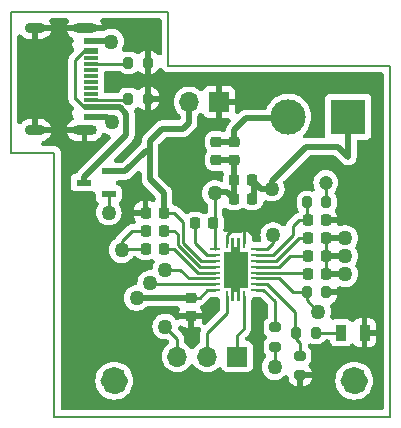
<source format=gtl>
%TF.GenerationSoftware,KiCad,Pcbnew,7.0.2*%
%TF.CreationDate,2025-03-07T15:31:29-05:00*%
%TF.ProjectId,3BQ5101eBRHLR,33425135-3130-4316-9542-52484c522e6b,rev?*%
%TF.SameCoordinates,Original*%
%TF.FileFunction,Copper,L1,Top*%
%TF.FilePolarity,Positive*%
%FSLAX46Y46*%
G04 Gerber Fmt 4.6, Leading zero omitted, Abs format (unit mm)*
G04 Created by KiCad (PCBNEW 7.0.2) date 2025-03-07 15:31:29*
%MOMM*%
%LPD*%
G01*
G04 APERTURE LIST*
G04 Aperture macros list*
%AMRoundRect*
0 Rectangle with rounded corners*
0 $1 Rounding radius*
0 $2 $3 $4 $5 $6 $7 $8 $9 X,Y pos of 4 corners*
0 Add a 4 corners polygon primitive as box body*
4,1,4,$2,$3,$4,$5,$6,$7,$8,$9,$2,$3,0*
0 Add four circle primitives for the rounded corners*
1,1,$1+$1,$2,$3*
1,1,$1+$1,$4,$5*
1,1,$1+$1,$6,$7*
1,1,$1+$1,$8,$9*
0 Add four rect primitives between the rounded corners*
20,1,$1+$1,$2,$3,$4,$5,0*
20,1,$1+$1,$4,$5,$6,$7,0*
20,1,$1+$1,$6,$7,$8,$9,0*
20,1,$1+$1,$8,$9,$2,$3,0*%
G04 Aperture macros list end*
%TA.AperFunction,NonConductor*%
%ADD10C,0.200000*%
%TD*%
%TA.AperFunction,NonConductor*%
%ADD11C,1.150000*%
%TD*%
%TA.AperFunction,SMDPad,CuDef*%
%ADD12RoundRect,0.225000X0.225000X0.250000X-0.225000X0.250000X-0.225000X-0.250000X0.225000X-0.250000X0*%
%TD*%
%TA.AperFunction,SMDPad,CuDef*%
%ADD13RoundRect,0.225000X-0.250000X0.225000X-0.250000X-0.225000X0.250000X-0.225000X0.250000X0.225000X0*%
%TD*%
%TA.AperFunction,SMDPad,CuDef*%
%ADD14RoundRect,0.200000X0.200000X0.275000X-0.200000X0.275000X-0.200000X-0.275000X0.200000X-0.275000X0*%
%TD*%
%TA.AperFunction,SMDPad,CuDef*%
%ADD15R,1.300000X0.600000*%
%TD*%
%TA.AperFunction,SMDPad,CuDef*%
%ADD16RoundRect,0.225000X-0.225000X-0.250000X0.225000X-0.250000X0.225000X0.250000X-0.225000X0.250000X0*%
%TD*%
%TA.AperFunction,SMDPad,CuDef*%
%ADD17RoundRect,0.200000X-0.200000X-0.275000X0.200000X-0.275000X0.200000X0.275000X-0.200000X0.275000X0*%
%TD*%
%TA.AperFunction,ComponentPad*%
%ADD18R,1.700000X1.700000*%
%TD*%
%TA.AperFunction,ComponentPad*%
%ADD19O,1.700000X1.700000*%
%TD*%
%TA.AperFunction,SMDPad,CuDef*%
%ADD20RoundRect,0.200000X0.275000X-0.200000X0.275000X0.200000X-0.275000X0.200000X-0.275000X-0.200000X0*%
%TD*%
%TA.AperFunction,SMDPad,CuDef*%
%ADD21R,1.160000X0.600000*%
%TD*%
%TA.AperFunction,SMDPad,CuDef*%
%ADD22R,1.160000X0.300000*%
%TD*%
%TA.AperFunction,ComponentPad*%
%ADD23O,2.000000X0.900000*%
%TD*%
%TA.AperFunction,ComponentPad*%
%ADD24O,1.700000X0.900000*%
%TD*%
%TA.AperFunction,SMDPad,CuDef*%
%ADD25RoundRect,0.225000X0.250000X-0.225000X0.250000X0.225000X-0.250000X0.225000X-0.250000X-0.225000X0*%
%TD*%
%TA.AperFunction,SMDPad,CuDef*%
%ADD26R,0.280000X0.850000*%
%TD*%
%TA.AperFunction,SMDPad,CuDef*%
%ADD27R,0.850000X0.280000*%
%TD*%
%TA.AperFunction,SMDPad,CuDef*%
%ADD28R,2.050000X3.049999*%
%TD*%
%TA.AperFunction,ComponentPad*%
%ADD29C,0.508000*%
%TD*%
%TA.AperFunction,SMDPad,CuDef*%
%ADD30R,0.900000X1.400000*%
%TD*%
%TA.AperFunction,ComponentPad*%
%ADD31R,3.000000X3.000000*%
%TD*%
%TA.AperFunction,ComponentPad*%
%ADD32C,3.000000*%
%TD*%
%TA.AperFunction,ViaPad*%
%ADD33C,1.270000*%
%TD*%
%TA.AperFunction,ViaPad*%
%ADD34C,1.200000*%
%TD*%
%TA.AperFunction,Conductor*%
%ADD35C,0.250000*%
%TD*%
%TA.AperFunction,Conductor*%
%ADD36C,0.500000*%
%TD*%
%TA.AperFunction,Conductor*%
%ADD37C,0.550000*%
%TD*%
G04 APERTURE END LIST*
D10*
X158750000Y-91948000D02*
X158750000Y-87376000D01*
D11*
X175073000Y-118618000D02*
G75*
G03*
X175073000Y-118618000I-575000J0D01*
G01*
D10*
X177546000Y-91948000D02*
X158750000Y-91948000D01*
D11*
X154753000Y-118618000D02*
G75*
G03*
X154753000Y-118618000I-575000J0D01*
G01*
D10*
X145415000Y-99314000D02*
X149098000Y-99314000D01*
X149098000Y-121666000D02*
X177546000Y-121666000D01*
X158750000Y-87376000D02*
X145415000Y-87376000D01*
X177546000Y-121666000D02*
X177546000Y-91948000D01*
X145415000Y-87376000D02*
X145415000Y-99314000D01*
X149098000Y-99314000D02*
X149098000Y-121666000D01*
%TA.AperFunction,EtchedComponent*%
%TO.C,U1*%
G36*
X164292300Y-107295001D02*
G01*
X164612300Y-107295001D01*
X164612300Y-106570001D01*
X164827300Y-106570001D01*
X164827300Y-107695001D01*
X164077300Y-107695001D01*
X164077300Y-106570001D01*
X164292300Y-106570001D01*
X164292300Y-107295001D01*
G37*
%TD.AperFunction*%
%TA.AperFunction,EtchedComponent*%
G36*
X164827300Y-111869999D02*
G01*
X164612300Y-111869999D01*
X164612300Y-111144999D01*
X164292300Y-111144999D01*
X164292300Y-111869999D01*
X164077300Y-111869999D01*
X164077300Y-110744999D01*
X164827300Y-110744999D01*
X164827300Y-111869999D01*
G37*
%TD.AperFunction*%
%TD*%
D12*
%TO.P,C5,1*%
%TO.N,Net-(U1-CLMP1)*%
X158377099Y-105918000D03*
%TO.P,C5,2*%
%TO.N,AC1*%
X156827099Y-105918000D03*
%TD*%
D13*
%TO.P,C12,1*%
%TO.N,Net-(Coil1-Pin_2)*%
X162814000Y-98412000D03*
%TO.P,C12,2*%
%TO.N,AC1*%
X162814000Y-99962000D03*
%TD*%
D14*
%TO.P,R3,1*%
%TO.N,Net-(R3-Pad1)*%
X171259000Y-114554000D03*
%TO.P,R3,2*%
%TO.N,Net-(U1-TS-CTRL)*%
X169609000Y-114554000D03*
%TD*%
D15*
%TO.P,Q1,1,G*%
%TO.N,Net-(Q1-G)*%
X153704000Y-102804000D03*
%TO.P,Q1,2,S*%
%TO.N,OUT*%
X153704000Y-100904000D03*
%TO.P,Q1,3,D*%
%TO.N,Net-(Q1-D)*%
X151604000Y-101854000D03*
%TD*%
D14*
%TO.P,RCC2,1*%
%TO.N,GND*%
X157035000Y-94742000D03*
%TO.P,RCC2,2*%
%TO.N,Net-(J3-CC2)*%
X155385000Y-94742000D03*
%TD*%
D16*
%TO.P,C6,1*%
%TO.N,Net-(U1-CLMP2)*%
X170543099Y-108085000D03*
%TO.P,C6,2*%
%TO.N,AC2*%
X172093099Y-108085000D03*
%TD*%
D17*
%TO.P,RFOD1,1*%
%TO.N,FOD*%
X170493099Y-111133000D03*
%TO.P,RFOD1,2*%
%TO.N,GND*%
X172143099Y-111133000D03*
%TD*%
D18*
%TO.P,Out1,1,Pin_1*%
%TO.N,GND*%
X163048000Y-95021000D03*
D19*
%TO.P,Out1,2,Pin_2*%
%TO.N,OUT*%
X160508000Y-95021000D03*
%TD*%
D12*
%TO.P,C1,1*%
%TO.N,Net-(U1-COM1)*%
X158377099Y-107442000D03*
%TO.P,C1,2*%
%TO.N,AC1*%
X156827099Y-107442000D03*
%TD*%
D20*
%TO.P,R1,1*%
%TO.N,FOD*%
X167762099Y-115768000D03*
%TO.P,R1,2*%
%TO.N,Net-(U1-ILIM)*%
X167762099Y-114118000D03*
%TD*%
D16*
%TO.P,C4,1*%
%TO.N,Net-(U1-BOOT2)*%
X170543099Y-106561000D03*
%TO.P,C4,2*%
%TO.N,AC2*%
X172093099Y-106561000D03*
%TD*%
D12*
%TO.P,C11,1*%
%TO.N,AC2*%
X165875000Y-101600000D03*
%TO.P,C11,2*%
%TO.N,AC1*%
X164325000Y-101600000D03*
%TD*%
D16*
%TO.P,C8,1*%
%TO.N,Net-(U1-RECT)*%
X170543099Y-105037000D03*
%TO.P,C8,2*%
%TO.N,GND*%
X172093099Y-105037000D03*
%TD*%
D21*
%TO.P,J3,A1,GND*%
%TO.N,Net-(U1-AD)*%
X152243000Y-89891000D03*
%TO.P,J3,A4,VBUS*%
%TO.N,Net-(Q1-D)*%
X152243000Y-90691000D03*
D22*
%TO.P,J3,A5,CC1*%
%TO.N,Net-(J3-CC1)*%
X152243000Y-91841000D03*
%TO.P,J3,A6,D+*%
%TO.N,unconnected-(J3-D+-PadA6)*%
X152243000Y-92841000D03*
%TO.P,J3,A7,D-*%
%TO.N,unconnected-(J3-D--PadA7)*%
X152243000Y-93341000D03*
%TO.P,J3,A8,SBU1*%
%TO.N,unconnected-(J3-SBU1-PadA8)*%
X152243000Y-94341000D03*
D21*
%TO.P,J3,A9,VBUS*%
%TO.N,Net-(Q1-D)*%
X152243000Y-95491000D03*
%TO.P,J3,A12,GND*%
%TO.N,Net-(U1-AD)*%
X152243000Y-96291000D03*
%TO.P,J3,B1,GND*%
X152243000Y-96291000D03*
%TO.P,J3,B4,VBUS*%
%TO.N,Net-(Q1-D)*%
X152243000Y-95491000D03*
D22*
%TO.P,J3,B5,CC2*%
%TO.N,Net-(J3-CC2)*%
X152243000Y-94841000D03*
%TO.P,J3,B6,D+*%
%TO.N,unconnected-(J3-D+-PadB6)*%
X152243000Y-93841000D03*
%TO.P,J3,B7,D-*%
%TO.N,unconnected-(J3-D--PadB7)*%
X152243000Y-92341000D03*
%TO.P,J3,B8,SBU2*%
%TO.N,unconnected-(J3-SBU2-PadB8)*%
X152243000Y-91341000D03*
D21*
%TO.P,J3,B9,VBUS*%
%TO.N,Net-(Q1-D)*%
X152243000Y-90691000D03*
%TO.P,J3,B12,GND*%
%TO.N,Net-(U1-AD)*%
X152243000Y-89891000D03*
D23*
%TO.P,J3,S1,SHIELD*%
%TO.N,GND*%
X151663000Y-88771000D03*
D24*
X147493000Y-88771000D03*
D23*
X151663000Y-97411000D03*
D24*
X147493000Y-97411000D03*
%TD*%
D16*
%TO.P,C2,1*%
%TO.N,Net-(U1-COM2)*%
X170543099Y-109609000D03*
%TO.P,C2,2*%
%TO.N,AC2*%
X172093099Y-109609000D03*
%TD*%
D25*
%TO.P,C10,1*%
%TO.N,GND*%
X160650099Y-113178000D03*
%TO.P,C10,2*%
%TO.N,Net-(U1-AD)*%
X160650099Y-111628000D03*
%TD*%
D26*
%TO.P,U1,1,PGND*%
%TO.N,GND*%
X163702299Y-106995001D03*
D27*
%TO.P,U1,2,AC1*%
%TO.N,AC1*%
X162727300Y-107470001D03*
%TO.P,U1,3,BOOT1*%
%TO.N,Net-(U1-BOOT1)*%
X162727300Y-107970000D03*
%TO.P,U1,4,OUT*%
%TO.N,OUT*%
X162727300Y-108469999D03*
%TO.P,U1,5,CLMP1*%
%TO.N,Net-(U1-CLMP1)*%
X162727300Y-108970000D03*
%TO.P,U1,6,COM1*%
%TO.N,Net-(U1-COM1)*%
X162727300Y-109470000D03*
%TO.P,U1,7,\u002ACHG*%
%TO.N,Net-(EN1-Pin_3)*%
X162727300Y-109970001D03*
%TO.P,U1,8,\u002AAD-EN*%
%TO.N,Net-(Q1-G)*%
X162727300Y-110470000D03*
%TO.P,U1,9,AD*%
%TO.N,Net-(U1-AD)*%
X162727300Y-110969999D03*
D26*
%TO.P,U1,10,EN1*%
%TO.N,Net-(EN1-Pin_2)*%
X163702299Y-111444999D03*
%TO.P,U1,11,EN2*%
%TO.N,Net-(EN1-Pin_1)*%
X165202301Y-111444999D03*
D27*
%TO.P,U1,12,ILIM*%
%TO.N,Net-(U1-ILIM)*%
X166177300Y-110969999D03*
%TO.P,U1,13,TS-CTRL*%
%TO.N,Net-(U1-TS-CTRL)*%
X166177300Y-110470000D03*
%TO.P,U1,14,FOD*%
%TO.N,FOD*%
X166177300Y-109970001D03*
%TO.P,U1,15,COM2*%
%TO.N,Net-(U1-COM2)*%
X166177300Y-109470000D03*
%TO.P,U1,16,CLMP2*%
%TO.N,Net-(U1-CLMP2)*%
X166177300Y-108970000D03*
%TO.P,U1,17,BOOT2*%
%TO.N,Net-(U1-BOOT2)*%
X166177300Y-108469999D03*
%TO.P,U1,18,RECT*%
%TO.N,Net-(U1-RECT)*%
X166177300Y-107970000D03*
%TO.P,U1,19,AC2*%
%TO.N,AC2*%
X166177300Y-107470001D03*
D26*
%TO.P,U1,20,PGND*%
%TO.N,GND*%
X165202301Y-106995001D03*
D28*
%TO.P,U1,21,EPAD*%
%TO.N,unconnected-(U1-EPAD-Pad21)*%
X164452300Y-109220000D03*
D29*
%TO.P,U1,V*%
%TO.N,N/C*%
X164058600Y-108432600D03*
X164058600Y-109220000D03*
X164058600Y-110007400D03*
X164846000Y-108432600D03*
X164846000Y-109220000D03*
X164846000Y-110007400D03*
%TD*%
D20*
%TO.P,R2,1*%
%TO.N,GND*%
X169926000Y-118173000D03*
%TO.P,R2,2*%
%TO.N,Net-(U1-TS-CTRL)*%
X169926000Y-116523000D03*
%TD*%
D18*
%TO.P,EN1,1,Pin_1*%
%TO.N,Net-(EN1-Pin_1)*%
X164592000Y-116586000D03*
D19*
%TO.P,EN1,2,Pin_2*%
%TO.N,Net-(EN1-Pin_2)*%
X162052000Y-116586000D03*
%TO.P,EN1,3,Pin_3*%
%TO.N,Net-(EN1-Pin_3)*%
X159512000Y-116586000D03*
%TD*%
D30*
%TO.P,RT1,1,1*%
%TO.N,GND*%
X175371000Y-114554000D03*
%TO.P,RT1,2,2*%
%TO.N,Net-(R3-Pad1)*%
X173371000Y-114554000D03*
%TD*%
D13*
%TO.P,C7,1*%
%TO.N,Net-(Coil1-Pin_2)*%
X164338000Y-98412000D03*
%TO.P,C7,2*%
%TO.N,AC1*%
X164338000Y-99962000D03*
%TD*%
D12*
%TO.P,C13,1*%
%TO.N,AC2*%
X165875000Y-103251000D03*
%TO.P,C13,2*%
%TO.N,AC1*%
X164325000Y-103251000D03*
%TD*%
D17*
%TO.P,RFOD2,1*%
%TO.N,Net-(U1-RECT)*%
X170498000Y-103505000D03*
%TO.P,RFOD2,2*%
%TO.N,FOD*%
X172148000Y-103505000D03*
%TD*%
D16*
%TO.P,C3,1*%
%TO.N,Net-(U1-BOOT1)*%
X161023000Y-105283000D03*
%TO.P,C3,2*%
%TO.N,AC1*%
X162573000Y-105283000D03*
%TD*%
D14*
%TO.P,RCC1,1*%
%TO.N,GND*%
X157035000Y-91694000D03*
%TO.P,RCC1,2*%
%TO.N,Net-(J3-CC1)*%
X155385000Y-91694000D03*
%TD*%
D31*
%TO.P,Coil1,1,Pin_1*%
%TO.N,AC2*%
X173990000Y-96266000D03*
D32*
%TO.P,Coil1,2,Pin_2*%
%TO.N,Net-(Coil1-Pin_2)*%
X168910000Y-96266000D03*
%TD*%
D12*
%TO.P,C9,1*%
%TO.N,OUT*%
X158377099Y-104394000D03*
%TO.P,C9,2*%
%TO.N,GND*%
X156827099Y-104394000D03*
%TD*%
D33*
%TO.N,AC1*%
X154813000Y-107569000D03*
X162679000Y-102751000D03*
%TO.N,AC2*%
X167640000Y-106299000D03*
X173736000Y-108077000D03*
X167513000Y-102362000D03*
X173736000Y-106553000D03*
X173736000Y-109601000D03*
D34*
%TO.N,FOD*%
X172085000Y-101854000D03*
D33*
X167767000Y-117475000D03*
X171450000Y-112776000D03*
D34*
%TO.N,GND*%
X174752000Y-111506000D03*
D33*
X158750000Y-100838000D03*
X156464000Y-113792000D03*
X164719000Y-105283000D03*
X152527000Y-111506000D03*
%TO.N,Net-(EN1-Pin_3)*%
X158496000Y-109220000D03*
X158496000Y-114046000D03*
%TO.N,Net-(Q1-G)*%
X157226000Y-110363000D03*
X153704000Y-104394000D03*
%TO.N,Net-(U1-AD)*%
X156083000Y-111628000D03*
X154015500Y-96755279D03*
X153924000Y-89916000D03*
%TD*%
D35*
%TO.N,Net-(U1-COM1)*%
X161270307Y-109470000D02*
X159242307Y-107442000D01*
X159242307Y-107442000D02*
X158377099Y-107442000D01*
X162727300Y-109470000D02*
X161270307Y-109470000D01*
D36*
%TO.N,AC1*%
X163690000Y-102616000D02*
X164325000Y-103251000D01*
D35*
X155702000Y-105918000D02*
X156827099Y-105918000D01*
D36*
X162814000Y-102616000D02*
X163690000Y-102616000D01*
X164325000Y-102616000D02*
X164325000Y-103251000D01*
D35*
X162679000Y-102751000D02*
X162814000Y-102616000D01*
D36*
X164325000Y-99975000D02*
X164338000Y-99962000D01*
D35*
X154940000Y-107442000D02*
X156827099Y-107442000D01*
X154813000Y-107569000D02*
X154813000Y-106807000D01*
X154813000Y-106807000D02*
X155702000Y-105918000D01*
D36*
X164325000Y-101600000D02*
X164325000Y-99975000D01*
X164338000Y-99962000D02*
X162814000Y-99962000D01*
D35*
X162727300Y-102799300D02*
X162727300Y-107470001D01*
X162687000Y-107429701D02*
X162727300Y-107470001D01*
X162679000Y-102751000D02*
X162727300Y-102799300D01*
D36*
X164325000Y-102616000D02*
X164325000Y-101600000D01*
D35*
X154813000Y-107569000D02*
X154940000Y-107442000D01*
%TO.N,Net-(U1-COM2)*%
X170543099Y-109609000D02*
X170404099Y-109470000D01*
X170404099Y-109470000D02*
X166177300Y-109470000D01*
D36*
%TO.N,AC2*%
X173728000Y-108085000D02*
X172093099Y-108085000D01*
D35*
X173736000Y-109601000D02*
X173728000Y-109609000D01*
D37*
X165989000Y-101714000D02*
X165875000Y-101600000D01*
D36*
X167513000Y-101727000D02*
X170434000Y-98806000D01*
D37*
X165989000Y-102362000D02*
X165989000Y-101714000D01*
D36*
X173728000Y-109609000D02*
X172093099Y-109609000D01*
X173101000Y-98806000D02*
X173990000Y-99695000D01*
D37*
X165989000Y-103137000D02*
X165875000Y-103251000D01*
D35*
X173736000Y-108077000D02*
X173728000Y-108085000D01*
X167640000Y-106934000D02*
X167103999Y-107470001D01*
X172101099Y-106553000D02*
X172093099Y-106561000D01*
D36*
X173990000Y-99695000D02*
X173990000Y-97155000D01*
X167513000Y-102362000D02*
X167513000Y-101727000D01*
D35*
X167640000Y-106299000D02*
X167640000Y-106934000D01*
D37*
X165989000Y-102362000D02*
X165989000Y-103137000D01*
D35*
X172093099Y-106561000D02*
X172093099Y-108085000D01*
D36*
X173736000Y-106553000D02*
X172101099Y-106553000D01*
D37*
X166637000Y-102362000D02*
X165875000Y-101600000D01*
D35*
X167103999Y-107470001D02*
X166177300Y-107470001D01*
D36*
X170434000Y-98806000D02*
X173101000Y-98806000D01*
D35*
X172093099Y-109609000D02*
X172093099Y-108085000D01*
D37*
X167513000Y-102362000D02*
X166637000Y-102362000D01*
D35*
%TO.N,Net-(U1-BOOT1)*%
X162727300Y-107970000D02*
X162012299Y-107970000D01*
X161023000Y-105283000D02*
X161023000Y-106980701D01*
X162012299Y-107970000D02*
X161023000Y-106980701D01*
%TO.N,Net-(U1-BOOT2)*%
X166177300Y-108469999D02*
X167885100Y-108469999D01*
X167885100Y-108469999D02*
X169794099Y-106561000D01*
X169794099Y-106561000D02*
X170543099Y-106561000D01*
%TO.N,Net-(U1-CLMP1)*%
X159258000Y-105918000D02*
X159570000Y-106230000D01*
X159570000Y-106230000D02*
X159570000Y-107133297D01*
X159570000Y-107133297D02*
X161406703Y-108970000D01*
X161406703Y-108970000D02*
X162727300Y-108970000D01*
X158377099Y-105918000D02*
X159258000Y-105918000D01*
%TO.N,Net-(U1-CLMP2)*%
X168147099Y-108970000D02*
X166177300Y-108970000D01*
X170543099Y-108085000D02*
X169032099Y-108085000D01*
X169032099Y-108085000D02*
X168147099Y-108970000D01*
D36*
%TO.N,Net-(Coil1-Pin_2)*%
X164338000Y-98412000D02*
X164338000Y-97409000D01*
X164338000Y-98412000D02*
X162814000Y-98412000D01*
X165354000Y-96393000D02*
X168910000Y-96393000D01*
X164338000Y-97409000D02*
X165354000Y-96393000D01*
X168910000Y-96393000D02*
X168910000Y-97155000D01*
D35*
%TO.N,FOD*%
X168123100Y-109970001D02*
X169286099Y-111133000D01*
X172085000Y-101854000D02*
X172085000Y-103442000D01*
X170493099Y-111819099D02*
X170493099Y-111133000D01*
X167762099Y-117470099D02*
X167767000Y-117475000D01*
X166177300Y-109970001D02*
X168123100Y-109970001D01*
X171450000Y-112776000D02*
X170493099Y-111819099D01*
X172085000Y-103442000D02*
X172148000Y-103505000D01*
X169286099Y-111133000D02*
X170493099Y-111133000D01*
X167762099Y-115768000D02*
X167762099Y-117470099D01*
%TO.N,GND*%
X164719000Y-105283000D02*
X165202301Y-105766301D01*
X164719000Y-105303300D02*
X163702299Y-106320001D01*
X163702299Y-106320001D02*
X163702299Y-106995001D01*
X165202301Y-105766301D02*
X165202301Y-106995001D01*
X164719000Y-105283000D02*
X164719000Y-105303300D01*
D36*
%TO.N,OUT*%
X158242000Y-97282000D02*
X160020000Y-97282000D01*
D35*
X158377099Y-104394000D02*
X159258000Y-104394000D01*
X153704000Y-100904000D02*
X154112000Y-100904000D01*
D36*
X157200500Y-101574500D02*
X158377099Y-102751099D01*
D35*
X159258000Y-104394000D02*
X160020000Y-105156000D01*
D36*
X157200500Y-98323500D02*
X158242000Y-97282000D01*
D35*
X160508000Y-95021000D02*
X160254000Y-94767000D01*
D36*
X160020000Y-97282000D02*
X160508000Y-96794000D01*
X157200500Y-99187000D02*
X157200500Y-101574500D01*
X155128000Y-100904000D02*
X156845000Y-99187000D01*
D35*
X161543098Y-108469999D02*
X162727300Y-108469999D01*
D36*
X156845000Y-99187000D02*
X157200500Y-99187000D01*
X160508000Y-96794000D02*
X160508000Y-95021000D01*
D35*
X160020000Y-105156000D02*
X160020000Y-106946901D01*
D36*
X157200500Y-99187000D02*
X157200500Y-98323500D01*
X153704000Y-100904000D02*
X155128000Y-100904000D01*
D35*
X160020000Y-106946901D02*
X161543098Y-108469999D01*
D36*
X158377099Y-102751099D02*
X158377099Y-104394000D01*
%TO.N,Net-(Q1-D)*%
X151638000Y-101820000D02*
X151638000Y-101346000D01*
X154673000Y-95491000D02*
X152243000Y-95491000D01*
D35*
X151647594Y-95491000D02*
X152243000Y-95491000D01*
X150898594Y-94742000D02*
X151647594Y-95491000D01*
X151647594Y-90691000D02*
X152243000Y-90691000D01*
X151647594Y-90691000D02*
X150876000Y-91462594D01*
X151638000Y-101820000D02*
X151604000Y-101854000D01*
D36*
X155194000Y-97790000D02*
X155194000Y-96012000D01*
X151638000Y-101346000D02*
X155194000Y-97790000D01*
D35*
X150876000Y-91462594D02*
X150876000Y-94742000D01*
X150876000Y-94742000D02*
X150898594Y-94742000D01*
D36*
X155194000Y-96012000D02*
X154673000Y-95491000D01*
D35*
%TO.N,Net-(EN1-Pin_1)*%
X165202301Y-111444999D02*
X165202301Y-114197699D01*
X164592000Y-114808000D02*
X164592000Y-116586000D01*
X165202301Y-114197699D02*
X164592000Y-114808000D01*
%TO.N,Net-(EN1-Pin_2)*%
X162052000Y-114554000D02*
X162052000Y-116586000D01*
X163702299Y-111444999D02*
X163702299Y-112903701D01*
X163702299Y-112903701D02*
X162052000Y-114554000D01*
%TO.N,Net-(EN1-Pin_3)*%
X158496000Y-114046000D02*
X159512000Y-115062000D01*
X159766000Y-109220000D02*
X160516001Y-109970001D01*
X160516001Y-109970001D02*
X162727300Y-109970001D01*
X159512000Y-115062000D02*
X159512000Y-116586000D01*
X158496000Y-109220000D02*
X159766000Y-109220000D01*
%TO.N,Net-(J3-CC1)*%
X152243000Y-91841000D02*
X155238000Y-91841000D01*
X155238000Y-91841000D02*
X155385000Y-91694000D01*
%TO.N,Net-(J3-CC2)*%
X155286000Y-94841000D02*
X155385000Y-94742000D01*
X152243000Y-94841000D02*
X155286000Y-94841000D01*
%TO.N,Net-(Q1-G)*%
X157119000Y-110470000D02*
X157226000Y-110363000D01*
X157226000Y-110363000D02*
X157333000Y-110470000D01*
X153704000Y-104394000D02*
X153704000Y-102804000D01*
X157333000Y-110470000D02*
X162727300Y-110470000D01*
%TO.N,Net-(U1-ILIM)*%
X167762099Y-111895000D02*
X167762099Y-114118000D01*
X166182099Y-110935000D02*
X166802099Y-110935000D01*
X166177300Y-110969999D02*
X166177300Y-110939799D01*
X166802099Y-110935000D02*
X167762099Y-111895000D01*
X166177300Y-110939799D02*
X166182099Y-110935000D01*
%TO.N,Net-(U1-TS-CTRL)*%
X169482000Y-112840000D02*
X169482000Y-113919000D01*
X169482000Y-112840000D02*
X169482000Y-114554000D01*
X168910000Y-112268000D02*
X169482000Y-112840000D01*
X169926000Y-115443000D02*
X169926000Y-116523000D01*
X169609000Y-114554000D02*
X169609000Y-115126000D01*
X166177300Y-110470000D02*
X167112000Y-110470000D01*
X169609000Y-115126000D02*
X169926000Y-115443000D01*
X167112000Y-110470000D02*
X169482000Y-112840000D01*
D36*
%TO.N,Net-(U1-AD)*%
X152243000Y-89891000D02*
X153899000Y-89891000D01*
X153551221Y-96291000D02*
X152243000Y-96291000D01*
D35*
X161410549Y-111628000D02*
X160650099Y-111628000D01*
X162727300Y-110969999D02*
X162068550Y-110969999D01*
X153899000Y-89891000D02*
X153924000Y-89916000D01*
D36*
X156083000Y-111628000D02*
X160650099Y-111628000D01*
D35*
X162068550Y-110969999D02*
X161410549Y-111628000D01*
D36*
X153551221Y-96291000D02*
X154015500Y-96755279D01*
D35*
%TO.N,Net-(U1-RECT)*%
X170498000Y-104991901D02*
X170543099Y-105037000D01*
X167623099Y-107970000D02*
X169286099Y-106307000D01*
X169794099Y-105037000D02*
X170543099Y-105037000D01*
X170498000Y-103505000D02*
X170498000Y-104991901D01*
X169286099Y-106307000D02*
X169286099Y-105545000D01*
X166177300Y-107970000D02*
X167623099Y-107970000D01*
X169286099Y-105545000D02*
X169794099Y-105037000D01*
%TO.N,Net-(R3-Pad1)*%
X173371000Y-114554000D02*
X171259000Y-114554000D01*
%TD*%
%TA.AperFunction,Conductor*%
%TO.N,GND*%
G36*
X150200844Y-87945866D02*
G01*
X150276199Y-88000615D01*
X150322772Y-88081280D01*
X150332508Y-88173914D01*
X150310843Y-88249148D01*
X150217540Y-88439359D01*
X150196402Y-88520998D01*
X150196404Y-88521000D01*
X150946889Y-88521000D01*
X150907390Y-88545457D01*
X150839799Y-88634962D01*
X150809105Y-88742840D01*
X150819454Y-88854521D01*
X150869448Y-88954922D01*
X150941931Y-89021000D01*
X150192529Y-89021000D01*
X150255687Y-89191531D01*
X150357886Y-89355495D01*
X150491007Y-89495538D01*
X150652029Y-89607613D01*
X150715745Y-89675556D01*
X150746318Y-89763540D01*
X150738461Y-89856352D01*
X150707067Y-89920639D01*
X150689622Y-89945352D01*
X150638946Y-90087941D01*
X150628618Y-90238921D01*
X150659408Y-90387086D01*
X150743193Y-90548783D01*
X150740784Y-90550031D01*
X150761741Y-90584852D01*
X150773159Y-90677294D01*
X150745990Y-90766388D01*
X150708389Y-90816323D01*
X150506108Y-91018604D01*
X150484086Y-91037917D01*
X150465550Y-91052140D01*
X150442389Y-91082324D01*
X150443876Y-91080364D01*
X150383860Y-91158602D01*
X150373301Y-91172361D01*
X150315313Y-91312356D01*
X150300500Y-91424875D01*
X150300500Y-91424880D01*
X150295535Y-91462593D01*
X150298584Y-91485754D01*
X150300500Y-91514991D01*
X150300500Y-94689595D01*
X150298584Y-94718831D01*
X150295533Y-94742000D01*
X150302764Y-94796913D01*
X150315312Y-94892238D01*
X150373301Y-95032232D01*
X150440317Y-95119569D01*
X150465549Y-95152451D01*
X150538965Y-95208785D01*
X150581190Y-95241186D01*
X150603219Y-95260505D01*
X150712800Y-95370086D01*
X150763530Y-95448204D01*
X150778101Y-95540201D01*
X150753993Y-95630172D01*
X150737410Y-95657654D01*
X150689621Y-95725354D01*
X150638946Y-95867941D01*
X150628618Y-96018921D01*
X150659408Y-96167086D01*
X150723915Y-96291579D01*
X150748637Y-96381383D01*
X150734694Y-96473478D01*
X150684499Y-96551940D01*
X150633738Y-96590487D01*
X150567499Y-96627252D01*
X150420894Y-96753107D01*
X150302628Y-96905895D01*
X150217540Y-97079359D01*
X150196402Y-97160998D01*
X150196404Y-97161000D01*
X150946889Y-97161000D01*
X150907390Y-97185457D01*
X150839799Y-97274962D01*
X150809105Y-97382840D01*
X150819454Y-97494521D01*
X150869448Y-97594922D01*
X150941931Y-97661000D01*
X150192529Y-97661000D01*
X150255687Y-97831531D01*
X150357886Y-97995495D01*
X150491007Y-98135538D01*
X150649586Y-98245913D01*
X150827135Y-98322105D01*
X151016395Y-98361000D01*
X151413000Y-98361000D01*
X151413000Y-97711000D01*
X151913000Y-97711000D01*
X151913000Y-98361000D01*
X152255493Y-98361000D01*
X152266823Y-98360425D01*
X152405222Y-98346351D01*
X152589570Y-98288511D01*
X152758499Y-98194748D01*
X152905105Y-98068892D01*
X153023370Y-97916106D01*
X153102028Y-97755749D01*
X153159538Y-97682479D01*
X153241878Y-97638935D01*
X153334810Y-97632647D01*
X153421056Y-97663947D01*
X153529578Y-97731141D01*
X153712109Y-97801854D01*
X153736521Y-97811311D01*
X153734825Y-97815686D01*
X153783374Y-97835872D01*
X153847399Y-97903523D01*
X153878374Y-97991366D01*
X153870941Y-98084214D01*
X153826386Y-98166011D01*
X153814643Y-98178698D01*
X151162417Y-100830924D01*
X151152567Y-100840196D01*
X151109816Y-100878070D01*
X151077366Y-100925081D01*
X151069354Y-100935970D01*
X151017353Y-101002348D01*
X151017303Y-101002309D01*
X150980914Y-101051969D01*
X150900060Y-101098213D01*
X150882016Y-101101904D01*
X150741116Y-101151207D01*
X150631849Y-101231849D01*
X150551207Y-101341116D01*
X150506354Y-101469299D01*
X150506353Y-101469301D01*
X150506354Y-101469301D01*
X150503500Y-101499734D01*
X150503500Y-102208266D01*
X150506070Y-102235676D01*
X150506354Y-102238700D01*
X150551207Y-102366883D01*
X150631849Y-102476150D01*
X150741116Y-102556792D01*
X150741117Y-102556792D01*
X150741118Y-102556793D01*
X150869301Y-102601646D01*
X150899734Y-102604500D01*
X150904974Y-102604500D01*
X152303026Y-102604500D01*
X152308266Y-102604500D01*
X152338699Y-102601646D01*
X152338699Y-102601645D01*
X152358585Y-102599781D01*
X152451104Y-102610555D01*
X152531242Y-102658028D01*
X152585143Y-102733993D01*
X152603500Y-102822802D01*
X152603500Y-103158266D01*
X152606070Y-103185676D01*
X152606354Y-103188700D01*
X152651207Y-103316883D01*
X152731848Y-103426148D01*
X152731849Y-103426148D01*
X152731850Y-103426150D01*
X152755264Y-103443430D01*
X152769740Y-103454114D01*
X152831546Y-103523799D01*
X152859666Y-103612597D01*
X152849237Y-103705156D01*
X152815481Y-103769333D01*
X152777136Y-103820109D01*
X152687463Y-104000194D01*
X152632411Y-104193684D01*
X152613849Y-104394000D01*
X152632411Y-104594315D01*
X152687463Y-104787805D01*
X152777136Y-104967890D01*
X152892247Y-105120323D01*
X152898369Y-105128429D01*
X152938188Y-105164729D01*
X153047040Y-105263960D01*
X153218075Y-105369861D01*
X153370831Y-105429039D01*
X153405666Y-105442534D01*
X153603414Y-105479500D01*
X153804586Y-105479500D01*
X154002334Y-105442534D01*
X154189922Y-105369862D01*
X154210190Y-105357313D01*
X154360959Y-105263960D01*
X154360959Y-105263959D01*
X154360962Y-105263958D01*
X154509631Y-105128429D01*
X154630864Y-104967890D01*
X154720535Y-104787808D01*
X154746089Y-104697996D01*
X154775588Y-104594315D01*
X154786318Y-104478517D01*
X154794150Y-104394000D01*
X154793465Y-104386602D01*
X154775588Y-104193684D01*
X154761452Y-104144000D01*
X155877099Y-104144000D01*
X156577099Y-104144000D01*
X156577099Y-103419000D01*
X156577098Y-103418999D01*
X156559476Y-103419000D01*
X156548119Y-103419579D01*
X156454492Y-103429143D01*
X156293616Y-103482452D01*
X156149367Y-103571426D01*
X156029525Y-103691268D01*
X155940551Y-103835517D01*
X155887242Y-103996392D01*
X155877679Y-104090005D01*
X155877099Y-104101392D01*
X155877099Y-104144000D01*
X154761452Y-104144000D01*
X154720536Y-104000194D01*
X154680928Y-103920652D01*
X154630864Y-103820110D01*
X154592517Y-103769330D01*
X154553068Y-103684957D01*
X154551347Y-103591829D01*
X154587653Y-103506052D01*
X154638256Y-103454116D01*
X154676150Y-103426150D01*
X154756793Y-103316882D01*
X154801646Y-103188699D01*
X154804500Y-103158266D01*
X154804500Y-102449734D01*
X154801646Y-102419301D01*
X154756793Y-102291118D01*
X154750929Y-102283172D01*
X154676150Y-102181849D01*
X154566881Y-102101206D01*
X154464635Y-102065428D01*
X154385035Y-102017058D01*
X154331992Y-101940492D01*
X154314675Y-101848972D01*
X154336081Y-101758320D01*
X154392508Y-101684213D01*
X154464633Y-101642571D01*
X154537515Y-101617068D01*
X154611494Y-101604500D01*
X155100065Y-101604500D01*
X155113592Y-101604909D01*
X155170606Y-101608358D01*
X155226805Y-101598059D01*
X155240171Y-101596024D01*
X155296872Y-101589140D01*
X155297846Y-101588770D01*
X155336900Y-101577884D01*
X155337932Y-101577695D01*
X155390043Y-101554240D01*
X155402505Y-101549078D01*
X155455930Y-101528818D01*
X155456791Y-101528223D01*
X155492111Y-101508303D01*
X155493057Y-101507878D01*
X155538032Y-101472641D01*
X155548921Y-101464630D01*
X155549913Y-101463945D01*
X155595929Y-101432183D01*
X155633811Y-101389420D01*
X155643054Y-101379601D01*
X156117610Y-100905045D01*
X156195726Y-100854317D01*
X156287723Y-100839746D01*
X156377694Y-100863854D01*
X156450081Y-100922471D01*
X156492367Y-101005464D01*
X156500000Y-101063439D01*
X156500000Y-101546565D01*
X156499591Y-101560093D01*
X156496141Y-101617105D01*
X156506438Y-101673293D01*
X156508473Y-101686664D01*
X156515359Y-101743371D01*
X156515729Y-101744345D01*
X156526615Y-101783394D01*
X156526805Y-101784433D01*
X156550253Y-101836532D01*
X156555430Y-101849031D01*
X156575683Y-101902434D01*
X156576277Y-101903294D01*
X156596188Y-101938596D01*
X156596619Y-101939553D01*
X156631853Y-101984527D01*
X156639870Y-101995422D01*
X156672317Y-102042429D01*
X156715068Y-102080303D01*
X156724920Y-102089577D01*
X157610991Y-102975648D01*
X157661721Y-103053766D01*
X157676599Y-103134040D01*
X157676599Y-103276966D01*
X157657233Y-103368075D01*
X157602484Y-103443430D01*
X157521819Y-103490003D01*
X157429185Y-103499739D01*
X157382141Y-103489596D01*
X157199706Y-103429143D01*
X157106093Y-103419580D01*
X157094707Y-103419000D01*
X157077099Y-103419000D01*
X157077099Y-104420000D01*
X157057733Y-104511109D01*
X157002984Y-104586464D01*
X156922319Y-104633037D01*
X156853099Y-104644000D01*
X155877100Y-104644000D01*
X155877100Y-104686604D01*
X155877680Y-104697996D01*
X155887242Y-104791606D01*
X155940550Y-104952480D01*
X155970419Y-105000904D01*
X156001767Y-105088615D01*
X155994729Y-105181493D01*
X155950523Y-105263479D01*
X155876792Y-105320397D01*
X155786285Y-105342405D01*
X155779769Y-105342500D01*
X155754397Y-105342500D01*
X155725161Y-105340584D01*
X155722846Y-105340279D01*
X155701999Y-105337534D01*
X155664291Y-105342499D01*
X155664281Y-105342500D01*
X155664280Y-105342500D01*
X155551764Y-105357313D01*
X155551762Y-105357313D01*
X155551760Y-105357314D01*
X155521467Y-105369862D01*
X155411763Y-105415301D01*
X155321751Y-105484372D01*
X155321937Y-105484230D01*
X155291546Y-105507550D01*
X155277323Y-105526086D01*
X155258010Y-105548108D01*
X154443108Y-106363010D01*
X154421086Y-106382323D01*
X154402550Y-106396546D01*
X154381667Y-106423761D01*
X154381659Y-106423771D01*
X154379390Y-106426729D01*
X154379388Y-106426732D01*
X154376682Y-106430257D01*
X154376679Y-106430261D01*
X154363629Y-106447270D01*
X154310301Y-106516767D01*
X154289602Y-106566740D01*
X154236843Y-106643502D01*
X154200579Y-106671462D01*
X154156039Y-106699040D01*
X154007368Y-106834571D01*
X153886136Y-106995109D01*
X153796463Y-107175194D01*
X153741411Y-107368684D01*
X153722849Y-107569000D01*
X153741411Y-107769315D01*
X153796463Y-107962805D01*
X153886136Y-108142890D01*
X154007368Y-108303428D01*
X154156040Y-108438960D01*
X154327075Y-108544861D01*
X154327078Y-108544862D01*
X154514666Y-108617534D01*
X154712414Y-108654500D01*
X154913586Y-108654500D01*
X155111334Y-108617534D01*
X155298922Y-108544862D01*
X155388120Y-108489633D01*
X155469959Y-108438960D01*
X155469959Y-108438959D01*
X155469962Y-108438958D01*
X155618631Y-108303429D01*
X155738693Y-108144439D01*
X155809050Y-108083406D01*
X155898152Y-108056265D01*
X155990591Y-108067711D01*
X156070382Y-108115765D01*
X156075809Y-108121011D01*
X156182446Y-108227648D01*
X156322829Y-108312512D01*
X156322831Y-108312513D01*
X156479439Y-108361315D01*
X156540858Y-108366896D01*
X156547505Y-108367500D01*
X156552575Y-108367500D01*
X157101623Y-108367500D01*
X157106693Y-108367500D01*
X157174756Y-108361315D01*
X157308305Y-108319698D01*
X157401050Y-108311082D01*
X157489282Y-108340933D01*
X157557744Y-108404090D01*
X157594599Y-108489633D01*
X157593474Y-108582771D01*
X157575463Y-108633402D01*
X157479464Y-108826192D01*
X157424411Y-109019684D01*
X157419363Y-109074169D01*
X157391673Y-109163102D01*
X157330205Y-109233084D01*
X157245586Y-109272015D01*
X157196319Y-109277500D01*
X157125414Y-109277500D01*
X156927666Y-109314465D01*
X156740075Y-109387138D01*
X156569040Y-109493039D01*
X156420368Y-109628571D01*
X156299136Y-109789109D01*
X156209463Y-109969194D01*
X156154411Y-110162685D01*
X156137235Y-110348041D01*
X156109545Y-110436975D01*
X156048076Y-110506957D01*
X155963458Y-110545887D01*
X155955353Y-110547558D01*
X155784665Y-110579466D01*
X155597075Y-110652138D01*
X155426040Y-110758039D01*
X155277368Y-110893571D01*
X155156136Y-111054109D01*
X155066463Y-111234194D01*
X155011411Y-111427684D01*
X154992849Y-111627999D01*
X155011411Y-111828315D01*
X155066463Y-112021805D01*
X155156136Y-112201890D01*
X155266371Y-112347866D01*
X155277369Y-112362429D01*
X155306130Y-112388648D01*
X155426040Y-112497960D01*
X155597075Y-112603861D01*
X155597078Y-112603862D01*
X155784666Y-112676534D01*
X155982414Y-112713500D01*
X156183586Y-112713500D01*
X156381334Y-112676534D01*
X156568922Y-112603862D01*
X156614060Y-112575914D01*
X156739959Y-112497960D01*
X156739959Y-112497959D01*
X156739962Y-112497958D01*
X156861719Y-112386961D01*
X156942098Y-112339893D01*
X157012628Y-112328500D01*
X159533065Y-112328500D01*
X159624174Y-112347866D01*
X159699529Y-112402615D01*
X159746102Y-112483280D01*
X159755838Y-112575914D01*
X159745695Y-112622958D01*
X159685242Y-112805392D01*
X159675679Y-112899005D01*
X159675099Y-112910392D01*
X159675099Y-112928000D01*
X161625098Y-112928000D01*
X161625098Y-112910395D01*
X161624517Y-112899003D01*
X161614955Y-112805393D01*
X161561647Y-112644519D01*
X161475618Y-112505046D01*
X161444270Y-112417335D01*
X161451308Y-112324457D01*
X161495514Y-112242471D01*
X161569245Y-112185553D01*
X161580538Y-112180504D01*
X161700782Y-112130698D01*
X161707262Y-112125725D01*
X161728628Y-112109332D01*
X161820251Y-112039026D01*
X161820253Y-112039023D01*
X161821000Y-112038451D01*
X161835220Y-112019917D01*
X161854540Y-111997888D01*
X162226323Y-111626107D01*
X162304440Y-111575377D01*
X162384714Y-111560499D01*
X162887799Y-111560499D01*
X162978908Y-111579865D01*
X163054263Y-111634614D01*
X163100836Y-111715279D01*
X163111799Y-111784499D01*
X163111799Y-111924265D01*
X163114653Y-111954698D01*
X163114923Y-111957576D01*
X163126799Y-112027469D01*
X163126799Y-112572536D01*
X163107433Y-112663645D01*
X163061191Y-112730928D01*
X161972752Y-113819366D01*
X161894634Y-113870096D01*
X161802637Y-113884667D01*
X161712666Y-113860559D01*
X161640279Y-113801942D01*
X161597993Y-113718949D01*
X161593118Y-113625933D01*
X161601730Y-113590514D01*
X161614955Y-113550603D01*
X161624518Y-113456994D01*
X161625099Y-113445607D01*
X161625099Y-113428000D01*
X160900099Y-113428000D01*
X160900099Y-114127999D01*
X160942704Y-114127999D01*
X160954095Y-114127418D01*
X161047705Y-114117856D01*
X161233436Y-114056312D01*
X161234872Y-114060647D01*
X161274982Y-114046290D01*
X161367864Y-114053280D01*
X161449872Y-114097445D01*
X161506827Y-114171147D01*
X161528881Y-114261643D01*
X161512220Y-114353285D01*
X161511929Y-114353991D01*
X161493887Y-114397549D01*
X161491313Y-114403764D01*
X161486568Y-114439808D01*
X161476500Y-114516281D01*
X161476500Y-114516286D01*
X161471535Y-114553999D01*
X161474584Y-114577160D01*
X161476500Y-114606397D01*
X161476500Y-115284744D01*
X161457134Y-115375853D01*
X161402385Y-115451208D01*
X161380981Y-115468234D01*
X161212862Y-115585951D01*
X161051951Y-115746862D01*
X160965490Y-115870343D01*
X160897369Y-115933867D01*
X160809299Y-115964192D01*
X160716509Y-115956074D01*
X160635043Y-115910917D01*
X160598510Y-115870343D01*
X160512048Y-115746862D01*
X160351137Y-115585951D01*
X160183019Y-115468234D01*
X160119495Y-115400113D01*
X160089170Y-115312043D01*
X160087500Y-115284744D01*
X160087500Y-115114397D01*
X160089416Y-115085160D01*
X160092465Y-115062000D01*
X160087500Y-115024285D01*
X160087500Y-115024280D01*
X160072687Y-114911764D01*
X160014698Y-114771767D01*
X160013557Y-114770280D01*
X159974872Y-114719864D01*
X159957627Y-114697391D01*
X159945612Y-114681732D01*
X159945609Y-114681729D01*
X159927219Y-114657762D01*
X159922452Y-114651550D01*
X159922451Y-114651549D01*
X159903910Y-114637322D01*
X159881889Y-114618009D01*
X159637075Y-114373195D01*
X159586345Y-114295077D01*
X159571774Y-114203080D01*
X159572423Y-114194135D01*
X159578552Y-114127999D01*
X159578728Y-114126093D01*
X159606417Y-114037160D01*
X159667886Y-113967178D01*
X159752504Y-113928247D01*
X159845642Y-113927100D01*
X159931194Y-113963934D01*
X159938531Y-113970123D01*
X160091616Y-114064547D01*
X160252491Y-114117856D01*
X160346106Y-114127419D01*
X160357489Y-114127999D01*
X160400098Y-114127998D01*
X160400099Y-114127998D01*
X160400099Y-113428000D01*
X159664663Y-113428000D01*
X159616310Y-113459400D01*
X159524312Y-113473970D01*
X159434342Y-113449861D01*
X159361956Y-113391243D01*
X159357329Y-113385328D01*
X159301631Y-113311571D01*
X159152962Y-113176042D01*
X159152959Y-113176039D01*
X158981924Y-113070138D01*
X158794333Y-112997465D01*
X158596586Y-112960500D01*
X158395414Y-112960500D01*
X158197666Y-112997465D01*
X158010075Y-113070138D01*
X157839040Y-113176039D01*
X157690368Y-113311571D01*
X157569136Y-113472109D01*
X157479463Y-113652194D01*
X157424411Y-113845684D01*
X157405849Y-114045999D01*
X157424411Y-114246315D01*
X157479463Y-114439805D01*
X157569136Y-114619890D01*
X157690368Y-114780428D01*
X157839040Y-114915960D01*
X158010075Y-115021861D01*
X158197666Y-115094534D01*
X158395414Y-115131500D01*
X158611450Y-115131500D01*
X158702559Y-115150866D01*
X158777914Y-115205615D01*
X158824487Y-115286280D01*
X158834223Y-115378914D01*
X158805440Y-115467500D01*
X158743114Y-115536720D01*
X158739931Y-115538990D01*
X158672862Y-115585951D01*
X158511951Y-115746862D01*
X158381431Y-115933265D01*
X158285260Y-116139504D01*
X158226365Y-116359304D01*
X158206532Y-116586000D01*
X158226365Y-116812695D01*
X158285260Y-117032495D01*
X158381431Y-117238734D01*
X158511951Y-117425137D01*
X158672862Y-117586048D01*
X158859265Y-117716568D01*
X158948438Y-117758150D01*
X159065504Y-117812739D01*
X159285308Y-117871635D01*
X159512000Y-117891468D01*
X159738692Y-117871635D01*
X159958496Y-117812739D01*
X160164734Y-117716568D01*
X160351139Y-117586047D01*
X160512047Y-117425139D01*
X160598509Y-117301656D01*
X160666630Y-117238132D01*
X160754700Y-117207807D01*
X160847490Y-117215924D01*
X160928956Y-117261081D01*
X160965491Y-117301657D01*
X161051953Y-117425139D01*
X161212862Y-117586048D01*
X161399265Y-117716568D01*
X161488438Y-117758150D01*
X161605504Y-117812739D01*
X161825308Y-117871635D01*
X162052000Y-117891468D01*
X162278692Y-117871635D01*
X162498496Y-117812739D01*
X162704734Y-117716568D01*
X162891139Y-117586047D01*
X162954696Y-117522489D01*
X163032811Y-117471761D01*
X163124809Y-117457189D01*
X163214780Y-117481296D01*
X163287167Y-117539913D01*
X163324517Y-117606900D01*
X163339207Y-117648883D01*
X163419849Y-117758150D01*
X163529116Y-117838792D01*
X163529117Y-117838792D01*
X163529118Y-117838793D01*
X163657301Y-117883646D01*
X163687734Y-117886500D01*
X163692974Y-117886500D01*
X165491026Y-117886500D01*
X165496266Y-117886500D01*
X165526699Y-117883646D01*
X165654882Y-117838793D01*
X165764150Y-117758150D01*
X165844793Y-117648882D01*
X165889646Y-117520699D01*
X165892500Y-117490266D01*
X165892500Y-115681734D01*
X165889646Y-115651301D01*
X165844793Y-115523118D01*
X165844792Y-115523116D01*
X165764150Y-115413849D01*
X165654883Y-115333207D01*
X165526700Y-115288354D01*
X165523676Y-115288070D01*
X165496266Y-115285500D01*
X165491026Y-115285500D01*
X165469164Y-115285500D01*
X165378055Y-115266134D01*
X165302700Y-115211385D01*
X165256127Y-115130720D01*
X165246391Y-115038086D01*
X165275174Y-114949500D01*
X165310771Y-114903109D01*
X165494015Y-114719864D01*
X165572196Y-114641682D01*
X165594218Y-114622370D01*
X165612752Y-114608150D01*
X165613322Y-114607406D01*
X165613326Y-114607403D01*
X165636532Y-114577160D01*
X165705000Y-114487932D01*
X165762988Y-114347934D01*
X165776367Y-114246315D01*
X165777799Y-114235438D01*
X165777801Y-114235413D01*
X165780711Y-114213306D01*
X165782766Y-114197699D01*
X165779717Y-114174538D01*
X165777801Y-114145301D01*
X165777801Y-112027469D01*
X165789676Y-111957576D01*
X165789945Y-111954702D01*
X165789947Y-111954698D01*
X165792801Y-111924265D01*
X165792801Y-111784498D01*
X165812167Y-111693390D01*
X165866916Y-111618035D01*
X165947581Y-111571462D01*
X166016801Y-111560499D01*
X166520934Y-111560499D01*
X166612043Y-111579865D01*
X166679326Y-111626107D01*
X167120991Y-112067772D01*
X167171721Y-112145890D01*
X167186599Y-112226164D01*
X167186599Y-113212204D01*
X167167233Y-113303313D01*
X167112484Y-113378668D01*
X167089879Y-113395273D01*
X166969018Y-113516134D01*
X166885355Y-113657602D01*
X166839499Y-113815435D01*
X166836945Y-113847895D01*
X166836943Y-113847923D01*
X166836599Y-113852306D01*
X166836599Y-114383694D01*
X166836943Y-114388077D01*
X166836945Y-114388104D01*
X166839499Y-114420564D01*
X166859072Y-114487932D01*
X166885355Y-114578398D01*
X166969017Y-114719864D01*
X166969018Y-114719865D01*
X167033761Y-114784608D01*
X167084491Y-114862726D01*
X167099062Y-114954723D01*
X167074954Y-115044694D01*
X167033761Y-115101392D01*
X166969018Y-115166134D01*
X166885355Y-115307602D01*
X166839499Y-115465435D01*
X166836945Y-115497895D01*
X166836943Y-115497923D01*
X166836599Y-115502306D01*
X166836599Y-116033694D01*
X166836943Y-116038077D01*
X166836945Y-116038104D01*
X166839499Y-116070564D01*
X166869454Y-116173669D01*
X166885355Y-116228398D01*
X166928266Y-116300957D01*
X166969018Y-116369865D01*
X166993408Y-116394255D01*
X167044138Y-116472373D01*
X167058709Y-116564370D01*
X167034601Y-116654341D01*
X166985928Y-116718181D01*
X166961371Y-116740568D01*
X166840136Y-116901109D01*
X166750463Y-117081194D01*
X166695411Y-117274684D01*
X166676849Y-117474999D01*
X166695411Y-117675315D01*
X166750463Y-117868805D01*
X166840136Y-118048890D01*
X166961368Y-118209428D01*
X167110040Y-118344960D01*
X167281075Y-118450861D01*
X167281078Y-118450862D01*
X167468666Y-118523534D01*
X167666414Y-118560500D01*
X167867586Y-118560500D01*
X168065334Y-118523534D01*
X168252922Y-118450862D01*
X168297921Y-118423000D01*
X168380601Y-118371806D01*
X168423962Y-118344958D01*
X168572631Y-118209429D01*
X168572635Y-118209422D01*
X168576092Y-118206272D01*
X168656469Y-118159204D01*
X168749041Y-118148897D01*
X168837802Y-118177134D01*
X168907405Y-118239032D01*
X168945814Y-118323888D01*
X168951000Y-118371806D01*
X168951000Y-118424498D01*
X168951460Y-118434628D01*
X168957408Y-118500101D01*
X169007982Y-118662400D01*
X169095925Y-118807874D01*
X169216125Y-118928074D01*
X169361602Y-119016019D01*
X169523892Y-119066590D01*
X169589376Y-119072541D01*
X169599495Y-119072999D01*
X169675999Y-119072999D01*
X169676000Y-119072998D01*
X169676000Y-118423000D01*
X170176000Y-118423000D01*
X170176000Y-119072999D01*
X170252501Y-119072999D01*
X170262628Y-119072539D01*
X170328101Y-119066591D01*
X170490400Y-119016017D01*
X170635874Y-118928074D01*
X170756074Y-118807874D01*
X170844019Y-118662397D01*
X170857853Y-118618000D01*
X172892550Y-118618000D01*
X172912316Y-118869146D01*
X172971126Y-119114111D01*
X173067533Y-119346859D01*
X173199164Y-119561659D01*
X173362775Y-119753224D01*
X173526386Y-119892961D01*
X173554341Y-119916836D01*
X173637510Y-119967802D01*
X173769140Y-120048466D01*
X174001888Y-120144873D01*
X174124370Y-120174277D01*
X174246852Y-120203683D01*
X174498000Y-120223449D01*
X174749148Y-120203683D01*
X174994111Y-120144873D01*
X175226859Y-120048466D01*
X175441659Y-119916836D01*
X175633224Y-119753224D01*
X175796836Y-119561659D01*
X175928466Y-119346859D01*
X176024873Y-119114111D01*
X176083683Y-118869148D01*
X176103449Y-118618000D01*
X176083683Y-118366852D01*
X176038136Y-118177134D01*
X176024873Y-118121888D01*
X175928466Y-117889140D01*
X175802509Y-117683599D01*
X175796836Y-117674341D01*
X175667144Y-117522491D01*
X175633224Y-117482775D01*
X175441659Y-117319164D01*
X175226859Y-117187533D01*
X174994111Y-117091126D01*
X174749146Y-117032316D01*
X174498000Y-117012550D01*
X174246853Y-117032316D01*
X174001888Y-117091126D01*
X173769140Y-117187533D01*
X173554340Y-117319164D01*
X173362775Y-117482775D01*
X173199164Y-117674340D01*
X173067533Y-117889140D01*
X172971126Y-118121888D01*
X172912316Y-118366853D01*
X172892550Y-118618000D01*
X170857853Y-118618000D01*
X170894590Y-118500107D01*
X170900541Y-118434624D01*
X170901000Y-118424503D01*
X170901000Y-118423000D01*
X170176000Y-118423000D01*
X169676000Y-118423000D01*
X169676000Y-118147000D01*
X169695366Y-118055891D01*
X169750115Y-117980536D01*
X169830780Y-117933963D01*
X169900000Y-117923000D01*
X170900999Y-117923000D01*
X170900999Y-117921499D01*
X170900539Y-117911371D01*
X170894591Y-117845898D01*
X170844017Y-117683599D01*
X170756074Y-117538125D01*
X170689339Y-117471390D01*
X170638609Y-117393272D01*
X170624038Y-117301275D01*
X170648146Y-117211304D01*
X170689338Y-117154607D01*
X170719081Y-117124865D01*
X170802744Y-116983398D01*
X170848598Y-116825569D01*
X170848598Y-116825566D01*
X170848599Y-116825564D01*
X170851153Y-116793104D01*
X170851153Y-116793102D01*
X170851500Y-116788694D01*
X170851500Y-116257306D01*
X170851153Y-116252895D01*
X170848599Y-116220435D01*
X170825086Y-116139504D01*
X170802744Y-116062602D01*
X170719081Y-115921135D01*
X170612209Y-115814263D01*
X170561479Y-115736145D01*
X170546908Y-115644148D01*
X170571016Y-115554177D01*
X170629633Y-115481790D01*
X170712626Y-115439504D01*
X170805642Y-115434629D01*
X170833088Y-115440763D01*
X170956431Y-115476598D01*
X170956435Y-115476599D01*
X170988895Y-115479153D01*
X170988898Y-115479153D01*
X170993306Y-115479500D01*
X170997713Y-115479500D01*
X171520287Y-115479500D01*
X171524694Y-115479500D01*
X171529102Y-115479153D01*
X171529104Y-115479153D01*
X171561564Y-115476599D01*
X171561566Y-115476598D01*
X171561569Y-115476598D01*
X171719398Y-115430744D01*
X171860865Y-115347081D01*
X171977081Y-115230865D01*
X171977081Y-115230864D01*
X171997091Y-115210855D01*
X171997724Y-115211488D01*
X172035039Y-115170910D01*
X172120523Y-115133919D01*
X172164796Y-115129500D01*
X172249759Y-115129500D01*
X172340868Y-115148866D01*
X172416223Y-115203615D01*
X172462796Y-115284280D01*
X172472781Y-115332586D01*
X172473354Y-115338700D01*
X172518207Y-115466883D01*
X172598849Y-115576150D01*
X172708116Y-115656792D01*
X172708117Y-115656792D01*
X172708118Y-115656793D01*
X172836301Y-115701646D01*
X172866734Y-115704500D01*
X172871974Y-115704500D01*
X173870026Y-115704500D01*
X173875266Y-115704500D01*
X173905699Y-115701646D01*
X174033882Y-115656793D01*
X174143150Y-115576150D01*
X174160010Y-115553304D01*
X174229694Y-115491498D01*
X174318492Y-115463377D01*
X174411051Y-115473806D01*
X174491366Y-115520979D01*
X174519562Y-115552080D01*
X174563810Y-115611189D01*
X174678912Y-115697353D01*
X174813625Y-115747598D01*
X174867201Y-115753358D01*
X174879166Y-115754000D01*
X175121000Y-115754000D01*
X175121000Y-114804000D01*
X175621000Y-114804000D01*
X175621000Y-115754000D01*
X175862834Y-115754000D01*
X175874798Y-115753358D01*
X175928374Y-115747598D01*
X176063087Y-115697353D01*
X176178189Y-115611189D01*
X176264353Y-115496087D01*
X176314598Y-115361374D01*
X176320358Y-115307798D01*
X176321000Y-115295833D01*
X176321000Y-114804000D01*
X175621000Y-114804000D01*
X175121000Y-114804000D01*
X175121000Y-113354000D01*
X175621000Y-113354000D01*
X175621000Y-114304000D01*
X176321000Y-114304000D01*
X176321000Y-113812166D01*
X176320358Y-113800201D01*
X176314598Y-113746625D01*
X176264353Y-113611912D01*
X176178189Y-113496810D01*
X176063087Y-113410646D01*
X175928374Y-113360401D01*
X175874798Y-113354641D01*
X175862834Y-113354000D01*
X175621000Y-113354000D01*
X175121000Y-113354000D01*
X174879166Y-113354000D01*
X174867201Y-113354641D01*
X174813625Y-113360401D01*
X174678912Y-113410646D01*
X174563809Y-113496811D01*
X174519561Y-113555920D01*
X174449458Y-113617250D01*
X174360470Y-113644765D01*
X174267984Y-113633706D01*
X174187993Y-113585986D01*
X174160011Y-113554696D01*
X174143149Y-113531848D01*
X174033883Y-113451207D01*
X173905700Y-113406354D01*
X173902676Y-113406070D01*
X173875266Y-113403500D01*
X172866734Y-113403500D01*
X172846053Y-113405439D01*
X172836297Y-113406354D01*
X172758517Y-113433571D01*
X172666124Y-113445383D01*
X172576915Y-113418595D01*
X172506315Y-113357837D01*
X172466530Y-113273617D01*
X172464440Y-113180496D01*
X172469086Y-113160841D01*
X172521588Y-112976315D01*
X172540150Y-112776000D01*
X172535973Y-112730928D01*
X172521588Y-112575684D01*
X172466536Y-112382195D01*
X172463317Y-112375730D01*
X172440039Y-112285542D01*
X172455456Y-112193682D01*
X172506903Y-112116035D01*
X172585484Y-112066026D01*
X172597191Y-112062020D01*
X172632497Y-112051018D01*
X172777973Y-111963074D01*
X172898173Y-111842874D01*
X172986118Y-111697397D01*
X173036689Y-111535107D01*
X173042640Y-111469624D01*
X173043099Y-111459503D01*
X173043099Y-111383000D01*
X172117099Y-111383000D01*
X172025990Y-111363634D01*
X171950635Y-111308885D01*
X171904062Y-111228220D01*
X171893099Y-111159000D01*
X171893099Y-111107000D01*
X171912465Y-111015891D01*
X171967214Y-110940536D01*
X172047879Y-110893963D01*
X172117099Y-110883000D01*
X173043098Y-110883000D01*
X173043098Y-110823677D01*
X173062464Y-110732568D01*
X173117213Y-110657213D01*
X173197878Y-110610640D01*
X173290512Y-110600904D01*
X173348011Y-110614801D01*
X173437666Y-110649534D01*
X173635414Y-110686500D01*
X173836586Y-110686500D01*
X174034334Y-110649534D01*
X174221922Y-110576862D01*
X174269250Y-110547558D01*
X174392959Y-110470960D01*
X174392959Y-110470959D01*
X174392962Y-110470958D01*
X174541631Y-110335429D01*
X174662864Y-110174890D01*
X174752535Y-109994808D01*
X174807588Y-109801315D01*
X174826150Y-109601000D01*
X174807588Y-109400685D01*
X174783057Y-109314465D01*
X174752536Y-109207194D01*
X174751807Y-109205732D01*
X174662864Y-109027110D01*
X174622747Y-108973987D01*
X174583298Y-108889613D01*
X174581577Y-108796485D01*
X174617883Y-108710707D01*
X174622729Y-108704037D01*
X174662864Y-108650890D01*
X174752535Y-108470808D01*
X174761597Y-108438960D01*
X174807588Y-108277315D01*
X174826150Y-108077000D01*
X174807588Y-107876684D01*
X174752536Y-107683194D01*
X174751807Y-107681731D01*
X174662864Y-107503110D01*
X174622747Y-107449987D01*
X174583298Y-107365613D01*
X174581577Y-107272485D01*
X174617883Y-107186707D01*
X174622729Y-107180037D01*
X174662864Y-107126890D01*
X174752535Y-106946808D01*
X174764323Y-106905379D01*
X174807588Y-106753315D01*
X174826150Y-106552999D01*
X174807588Y-106352684D01*
X174752536Y-106159194D01*
X174728265Y-106110452D01*
X174662864Y-105979110D01*
X174541631Y-105818571D01*
X174392962Y-105683042D01*
X174392959Y-105683039D01*
X174221924Y-105577138D01*
X174034333Y-105504465D01*
X173836586Y-105467500D01*
X173635414Y-105467500D01*
X173437666Y-105504465D01*
X173348017Y-105539196D01*
X173256064Y-105554050D01*
X173166020Y-105530219D01*
X173093453Y-105471825D01*
X173050911Y-105388963D01*
X173043099Y-105330322D01*
X173043099Y-105287000D01*
X172067099Y-105287000D01*
X171975990Y-105267634D01*
X171900635Y-105212885D01*
X171854062Y-105132220D01*
X171843099Y-105063000D01*
X171843099Y-105011000D01*
X171862465Y-104919891D01*
X171917214Y-104844536D01*
X171997879Y-104797963D01*
X172067099Y-104787000D01*
X173043098Y-104787000D01*
X173043098Y-104744395D01*
X173042517Y-104733003D01*
X173032955Y-104639393D01*
X172979646Y-104478517D01*
X172903135Y-104354474D01*
X172871787Y-104266764D01*
X172878825Y-104173885D01*
X172900977Y-104122858D01*
X172949744Y-104040398D01*
X172995598Y-103882569D01*
X172995598Y-103882566D01*
X172995599Y-103882564D01*
X172998153Y-103850104D01*
X172998153Y-103850102D01*
X172998500Y-103845694D01*
X172998500Y-103164306D01*
X172998025Y-103158266D01*
X172995599Y-103127435D01*
X172986591Y-103096429D01*
X172949744Y-102969602D01*
X172866081Y-102828135D01*
X172866080Y-102828134D01*
X172853092Y-102806172D01*
X172823383Y-102717892D01*
X172832149Y-102625161D01*
X172872742Y-102550046D01*
X172962685Y-102440450D01*
X173060232Y-102257954D01*
X173120300Y-102059934D01*
X173140583Y-101854000D01*
X173120300Y-101648066D01*
X173060232Y-101450046D01*
X172962685Y-101267550D01*
X172831410Y-101107590D01*
X172671450Y-100976315D01*
X172488954Y-100878768D01*
X172290934Y-100818700D01*
X172290932Y-100818699D01*
X172290930Y-100818699D01*
X172085000Y-100798416D01*
X171879069Y-100818699D01*
X171879065Y-100818700D01*
X171879066Y-100818700D01*
X171681046Y-100878768D01*
X171681044Y-100878768D01*
X171681044Y-100878769D01*
X171498553Y-100976313D01*
X171498551Y-100976314D01*
X171498550Y-100976315D01*
X171338590Y-101107590D01*
X171214274Y-101259071D01*
X171207313Y-101267553D01*
X171119316Y-101432183D01*
X171109768Y-101450046D01*
X171086051Y-101528232D01*
X171049699Y-101648069D01*
X171029416Y-101854000D01*
X171049699Y-102059930D01*
X171049699Y-102059932D01*
X171049700Y-102059934D01*
X171109768Y-102257954D01*
X171121177Y-102279300D01*
X171147047Y-102368776D01*
X171134285Y-102461042D01*
X171085099Y-102540141D01*
X171007993Y-102592396D01*
X170916300Y-102608771D01*
X170861134Y-102599997D01*
X170800567Y-102582401D01*
X170768104Y-102579846D01*
X170768077Y-102579844D01*
X170763694Y-102579500D01*
X170232306Y-102579500D01*
X170227923Y-102579844D01*
X170227895Y-102579846D01*
X170195435Y-102582400D01*
X170037602Y-102628256D01*
X169896134Y-102711919D01*
X169779919Y-102828134D01*
X169696256Y-102969602D01*
X169650400Y-103127435D01*
X169647846Y-103159895D01*
X169647844Y-103159923D01*
X169647500Y-103164306D01*
X169647500Y-103845694D01*
X169647844Y-103850077D01*
X169647846Y-103850104D01*
X169650400Y-103882564D01*
X169696256Y-104040399D01*
X169759047Y-104146573D01*
X169788756Y-104234852D01*
X169779990Y-104327583D01*
X169734264Y-104408732D01*
X169659486Y-104464266D01*
X169598264Y-104481878D01*
X169552794Y-104514014D01*
X169550095Y-104515153D01*
X169503866Y-104534301D01*
X169444244Y-104580051D01*
X169413832Y-104603387D01*
X169413794Y-104603415D01*
X169383645Y-104626550D01*
X169369422Y-104645086D01*
X169350109Y-104667108D01*
X168916207Y-105101010D01*
X168894185Y-105120323D01*
X168875649Y-105134546D01*
X168852488Y-105164730D01*
X168853975Y-105162770D01*
X168825759Y-105199565D01*
X168783399Y-105254769D01*
X168719753Y-105408423D01*
X168666995Y-105485186D01*
X168587576Y-105533853D01*
X168495229Y-105546010D01*
X168405920Y-105519555D01*
X168361901Y-105488242D01*
X168296962Y-105429042D01*
X168296959Y-105429040D01*
X168296958Y-105429039D01*
X168125924Y-105323138D01*
X167938333Y-105250465D01*
X167740586Y-105213500D01*
X167539414Y-105213500D01*
X167341666Y-105250465D01*
X167154075Y-105323138D01*
X166983040Y-105429039D01*
X166834368Y-105564571D01*
X166713136Y-105725109D01*
X166623463Y-105905194D01*
X166568411Y-106098684D01*
X166549849Y-106298999D01*
X166568411Y-106499315D01*
X166595409Y-106594202D01*
X166601715Y-106687132D01*
X166569678Y-106774594D01*
X166504837Y-106841463D01*
X166418403Y-106876178D01*
X166379960Y-106879501D01*
X166066301Y-106879501D01*
X165975192Y-106860135D01*
X165899837Y-106805386D01*
X165853264Y-106724721D01*
X165842301Y-106655501D01*
X165842301Y-106528167D01*
X165841659Y-106516202D01*
X165835899Y-106462626D01*
X165785654Y-106327913D01*
X165699490Y-106212811D01*
X165584388Y-106126647D01*
X165449675Y-106076402D01*
X165396099Y-106070642D01*
X165384135Y-106070001D01*
X165020467Y-106070001D01*
X165008502Y-106070642D01*
X164954924Y-106076402D01*
X164877237Y-106105378D01*
X164798959Y-106119501D01*
X164688300Y-106119501D01*
X164651207Y-106115321D01*
X164603793Y-106118875D01*
X164587053Y-106119501D01*
X164578533Y-106119501D01*
X164570090Y-106120773D01*
X164553462Y-106122646D01*
X164477260Y-106128358D01*
X164477224Y-106127882D01*
X164434689Y-106134942D01*
X164378736Y-106125217D01*
X164355544Y-106118063D01*
X164331207Y-106115321D01*
X164283793Y-106118875D01*
X164267053Y-106119501D01*
X164153300Y-106119501D01*
X164116209Y-106115321D01*
X164113412Y-106115531D01*
X164021111Y-106103027D01*
X164018395Y-106102034D01*
X163949673Y-106076402D01*
X163896097Y-106070642D01*
X163884133Y-106070001D01*
X163642625Y-106070001D01*
X163551516Y-106050635D01*
X163476161Y-105995886D01*
X163429588Y-105915221D01*
X163419852Y-105822587D01*
X163428768Y-105779360D01*
X163467315Y-105655659D01*
X163473041Y-105592644D01*
X163473500Y-105587594D01*
X163473500Y-104978406D01*
X163467315Y-104910343D01*
X163467315Y-104910340D01*
X163418513Y-104753732D01*
X163385181Y-104698594D01*
X163335104Y-104615756D01*
X163304544Y-104527770D01*
X163302800Y-104499874D01*
X163302800Y-104199884D01*
X163322166Y-104108775D01*
X163376915Y-104033420D01*
X163457580Y-103986847D01*
X163550214Y-103977111D01*
X163638800Y-104005894D01*
X163673424Y-104032462D01*
X163680344Y-104036645D01*
X163680347Y-104036648D01*
X163820730Y-104121512D01*
X163820732Y-104121513D01*
X163977340Y-104170315D01*
X164038759Y-104175896D01*
X164045406Y-104176500D01*
X164050476Y-104176500D01*
X164599524Y-104176500D01*
X164604594Y-104176500D01*
X164633371Y-104173885D01*
X164672659Y-104170315D01*
X164829267Y-104121513D01*
X164829267Y-104121512D01*
X164829270Y-104121512D01*
X164969653Y-104036648D01*
X164969655Y-104036645D01*
X164984116Y-104027904D01*
X165072104Y-103997343D01*
X165164915Y-104005212D01*
X165215884Y-104027904D01*
X165230344Y-104036645D01*
X165230347Y-104036648D01*
X165370730Y-104121512D01*
X165370732Y-104121513D01*
X165527340Y-104170315D01*
X165588759Y-104175896D01*
X165595406Y-104176500D01*
X165600476Y-104176500D01*
X166149524Y-104176500D01*
X166154594Y-104176500D01*
X166183371Y-104173885D01*
X166222659Y-104170315D01*
X166379267Y-104121513D01*
X166379267Y-104121512D01*
X166379270Y-104121512D01*
X166519653Y-104036648D01*
X166635648Y-103920653D01*
X166720512Y-103780270D01*
X166737320Y-103726331D01*
X166769315Y-103623659D01*
X166775041Y-103560643D01*
X166775500Y-103555595D01*
X166775470Y-103556029D01*
X166798675Y-103466914D01*
X166856780Y-103394115D01*
X166939472Y-103351243D01*
X167032452Y-103345712D01*
X167079889Y-103358321D01*
X167214666Y-103410534D01*
X167412414Y-103447500D01*
X167613586Y-103447500D01*
X167811334Y-103410534D01*
X167998922Y-103337862D01*
X168019873Y-103324890D01*
X168169959Y-103231960D01*
X168169959Y-103231959D01*
X168169962Y-103231958D01*
X168318631Y-103096429D01*
X168439864Y-102935890D01*
X168529535Y-102755808D01*
X168558983Y-102652310D01*
X168584588Y-102562315D01*
X168595503Y-102444526D01*
X168603150Y-102362000D01*
X168602705Y-102357192D01*
X168584588Y-102161684D01*
X168529535Y-101968192D01*
X168512596Y-101934173D01*
X168489320Y-101843984D01*
X168504740Y-101752125D01*
X168554717Y-101675938D01*
X170658548Y-99572108D01*
X170736667Y-99521378D01*
X170816941Y-99506500D01*
X172718059Y-99506500D01*
X172809168Y-99525866D01*
X172876451Y-99572108D01*
X173435266Y-100130923D01*
X173461221Y-100162066D01*
X173461818Y-100162931D01*
X173504566Y-100200802D01*
X173514417Y-100210074D01*
X173524633Y-100220290D01*
X173536005Y-100229199D01*
X173546394Y-100237857D01*
X173589149Y-100275735D01*
X173590066Y-100276216D01*
X173624121Y-100298234D01*
X173624943Y-100298878D01*
X173677032Y-100322321D01*
X173689189Y-100328240D01*
X173739775Y-100354790D01*
X173740378Y-100354938D01*
X173740780Y-100355038D01*
X173779115Y-100368265D01*
X173780069Y-100368695D01*
X173836285Y-100378996D01*
X173849468Y-100381826D01*
X173904944Y-100395500D01*
X173905986Y-100395500D01*
X173946360Y-100399168D01*
X173947394Y-100399358D01*
X173947396Y-100399357D01*
X173947397Y-100399358D01*
X174004408Y-100395909D01*
X174017935Y-100395500D01*
X174075056Y-100395500D01*
X174076070Y-100395249D01*
X174116151Y-100389149D01*
X174117196Y-100389086D01*
X174171727Y-100372092D01*
X174184742Y-100368464D01*
X174240225Y-100354790D01*
X174241140Y-100354309D01*
X174278612Y-100338787D01*
X174279606Y-100338478D01*
X174328513Y-100308911D01*
X174340253Y-100302290D01*
X174390852Y-100275734D01*
X174391629Y-100275045D01*
X174424289Y-100251013D01*
X174425185Y-100250472D01*
X174465599Y-100210056D01*
X174475419Y-100200812D01*
X174518183Y-100162929D01*
X174518774Y-100162071D01*
X174544736Y-100130920D01*
X174545472Y-100130185D01*
X174575032Y-100081285D01*
X174582357Y-100069956D01*
X174614818Y-100022930D01*
X174615188Y-100021951D01*
X174632935Y-99985503D01*
X174633478Y-99984606D01*
X174650475Y-99930056D01*
X174654881Y-99917289D01*
X174675140Y-99863872D01*
X174675265Y-99862841D01*
X174683778Y-99823182D01*
X174684086Y-99822196D01*
X174687535Y-99765163D01*
X174688759Y-99751707D01*
X174689684Y-99744090D01*
X174689684Y-99744089D01*
X174690500Y-99737372D01*
X174690500Y-99722932D01*
X174690909Y-99709405D01*
X174694358Y-99652394D01*
X174694169Y-99651362D01*
X174690500Y-99610985D01*
X174690500Y-98440500D01*
X174709866Y-98349391D01*
X174764615Y-98274036D01*
X174845280Y-98227463D01*
X174914500Y-98216500D01*
X175539026Y-98216500D01*
X175544266Y-98216500D01*
X175574699Y-98213646D01*
X175702882Y-98168793D01*
X175812150Y-98088150D01*
X175892793Y-97978882D01*
X175937646Y-97850699D01*
X175940500Y-97820266D01*
X175940500Y-94711734D01*
X175937646Y-94681301D01*
X175892793Y-94553118D01*
X175880396Y-94536320D01*
X175812150Y-94443849D01*
X175702883Y-94363207D01*
X175574700Y-94318354D01*
X175571676Y-94318070D01*
X175544266Y-94315500D01*
X172435734Y-94315500D01*
X172411345Y-94317787D01*
X172405299Y-94318354D01*
X172277116Y-94363207D01*
X172167849Y-94443849D01*
X172087207Y-94553116D01*
X172042354Y-94681299D01*
X172042353Y-94681301D01*
X172042354Y-94681301D01*
X172039500Y-94711734D01*
X172039500Y-97820266D01*
X172042354Y-97850699D01*
X172042354Y-97850701D01*
X172043282Y-97860586D01*
X172032507Y-97953105D01*
X171985033Y-98033243D01*
X171909068Y-98087143D01*
X171820260Y-98105500D01*
X170461935Y-98105500D01*
X170448408Y-98105091D01*
X170440647Y-98104621D01*
X170364244Y-98099999D01*
X170364486Y-98095994D01*
X170321375Y-98094774D01*
X170237390Y-98054496D01*
X170177048Y-97983540D01*
X170150784Y-97894175D01*
X170163138Y-97801854D01*
X170211974Y-97722539D01*
X170215697Y-97718725D01*
X170387855Y-97546568D01*
X170555056Y-97323213D01*
X170688769Y-97078337D01*
X170786271Y-96816923D01*
X170845578Y-96544294D01*
X170865482Y-96266000D01*
X170845578Y-95987706D01*
X170786271Y-95715077D01*
X170688769Y-95453663D01*
X170555056Y-95208787D01*
X170387855Y-94985432D01*
X170190568Y-94788145D01*
X169967213Y-94620944D01*
X169842996Y-94553116D01*
X169722336Y-94487230D01*
X169530015Y-94415499D01*
X169460923Y-94389729D01*
X169227094Y-94338862D01*
X169188290Y-94330421D01*
X168910000Y-94310517D01*
X168631709Y-94330421D01*
X168527896Y-94353004D01*
X168359077Y-94389729D01*
X168328038Y-94401306D01*
X168097663Y-94487230D01*
X167852785Y-94620945D01*
X167629434Y-94788143D01*
X167432143Y-94985434D01*
X167264945Y-95208785D01*
X167131230Y-95453663D01*
X167096501Y-95546779D01*
X167046517Y-95625376D01*
X166968887Y-95676848D01*
X166886624Y-95692500D01*
X165381935Y-95692500D01*
X165368408Y-95692091D01*
X165364518Y-95691855D01*
X165311391Y-95688641D01*
X165255190Y-95698940D01*
X165241821Y-95700975D01*
X165185124Y-95707860D01*
X165184139Y-95708234D01*
X165145115Y-95719113D01*
X165144070Y-95719304D01*
X165091967Y-95742753D01*
X165079474Y-95747927D01*
X165026069Y-95768181D01*
X165025201Y-95768781D01*
X164989903Y-95788689D01*
X164988945Y-95789120D01*
X164943970Y-95824354D01*
X164933081Y-95832366D01*
X164886070Y-95864816D01*
X164848196Y-95907567D01*
X164838924Y-95917417D01*
X164780392Y-95975949D01*
X164702274Y-96026679D01*
X164610277Y-96041250D01*
X164520306Y-96017142D01*
X164447919Y-95958525D01*
X164405633Y-95875532D01*
X164398000Y-95817557D01*
X164398000Y-95271000D01*
X163481686Y-95271000D01*
X163507493Y-95230844D01*
X163548000Y-95092889D01*
X163548000Y-94949111D01*
X163507493Y-94811156D01*
X163481686Y-94771000D01*
X164398000Y-94771000D01*
X164398000Y-94129166D01*
X164397358Y-94117201D01*
X164391598Y-94063625D01*
X164341353Y-93928912D01*
X164255189Y-93813810D01*
X164140087Y-93727646D01*
X164005374Y-93677401D01*
X163951798Y-93671641D01*
X163939834Y-93671000D01*
X163298000Y-93671000D01*
X163298000Y-94585498D01*
X163190315Y-94536320D01*
X163083763Y-94521000D01*
X163012237Y-94521000D01*
X162905685Y-94536320D01*
X162798000Y-94585498D01*
X162798000Y-93671000D01*
X162156166Y-93671000D01*
X162144201Y-93671641D01*
X162090625Y-93677401D01*
X161955912Y-93727646D01*
X161840810Y-93813810D01*
X161754645Y-93928912D01*
X161740745Y-93966181D01*
X161690760Y-94044777D01*
X161613129Y-94096248D01*
X161521274Y-94111693D01*
X161431078Y-94088443D01*
X161372477Y-94046291D01*
X161347137Y-94020951D01*
X161160734Y-93890431D01*
X160954495Y-93794260D01*
X160734695Y-93735365D01*
X160508000Y-93715532D01*
X160281304Y-93735365D01*
X160061504Y-93794260D01*
X159855265Y-93890431D01*
X159668862Y-94020951D01*
X159507951Y-94181862D01*
X159377431Y-94368265D01*
X159281260Y-94574504D01*
X159222365Y-94794304D01*
X159202532Y-95021000D01*
X159222365Y-95247695D01*
X159281260Y-95467495D01*
X159377431Y-95673734D01*
X159507951Y-95860137D01*
X159507953Y-95860139D01*
X159668861Y-96021047D01*
X159711979Y-96051238D01*
X159775504Y-96119357D01*
X159805830Y-96207427D01*
X159807500Y-96234729D01*
X159807500Y-96357500D01*
X159788134Y-96448609D01*
X159733385Y-96523964D01*
X159652720Y-96570537D01*
X159583500Y-96581500D01*
X158269921Y-96581500D01*
X158256396Y-96581091D01*
X158199394Y-96577643D01*
X158199393Y-96577643D01*
X158143188Y-96587941D01*
X158129822Y-96589975D01*
X158073129Y-96596859D01*
X158072416Y-96597129D01*
X158072142Y-96597233D01*
X158033107Y-96608115D01*
X158032071Y-96608304D01*
X157979985Y-96631746D01*
X157967489Y-96636922D01*
X157914063Y-96657184D01*
X157913196Y-96657783D01*
X157877901Y-96677690D01*
X157876944Y-96678120D01*
X157831977Y-96713348D01*
X157821089Y-96721360D01*
X157774072Y-96753815D01*
X157736196Y-96796567D01*
X157726924Y-96806417D01*
X156724917Y-97808424D01*
X156715067Y-97817696D01*
X156672316Y-97855570D01*
X156639866Y-97902581D01*
X156631854Y-97913470D01*
X156596620Y-97958445D01*
X156596189Y-97959403D01*
X156576281Y-97994701D01*
X156575681Y-97995569D01*
X156555427Y-98048974D01*
X156550253Y-98061467D01*
X156526804Y-98113570D01*
X156526613Y-98114615D01*
X156515734Y-98153639D01*
X156515360Y-98154624D01*
X156508475Y-98211321D01*
X156506440Y-98224690D01*
X156496141Y-98280891D01*
X156499591Y-98337905D01*
X156500000Y-98351433D01*
X156500000Y-98456400D01*
X156480634Y-98547509D01*
X156425885Y-98622864D01*
X156403250Y-98640746D01*
X156377069Y-98658817D01*
X156339196Y-98701567D01*
X156329924Y-98711417D01*
X154903451Y-100137892D01*
X154825334Y-100188622D01*
X154745059Y-100203500D01*
X154611494Y-100203500D01*
X154537512Y-100190930D01*
X154490460Y-100174465D01*
X154438700Y-100156354D01*
X154435676Y-100156070D01*
X154408266Y-100153500D01*
X154403026Y-100153500D01*
X154361941Y-100153500D01*
X154270832Y-100134134D01*
X154195477Y-100079385D01*
X154148904Y-99998720D01*
X154139168Y-99906086D01*
X154167951Y-99817500D01*
X154203549Y-99771108D01*
X154567061Y-99407596D01*
X155669601Y-98305054D01*
X155679401Y-98295828D01*
X155722183Y-98257929D01*
X155754642Y-98210902D01*
X155762639Y-98200033D01*
X155797877Y-98155057D01*
X155798298Y-98154119D01*
X155818224Y-98118789D01*
X155818818Y-98117930D01*
X155839085Y-98064487D01*
X155844246Y-98052028D01*
X155867694Y-97999932D01*
X155867881Y-97998906D01*
X155878768Y-97959851D01*
X155879140Y-97958872D01*
X155886026Y-97902155D01*
X155888061Y-97888790D01*
X155898357Y-97832606D01*
X155894909Y-97775602D01*
X155894500Y-97762076D01*
X155894500Y-96039922D01*
X155894909Y-96026395D01*
X155895233Y-96021048D01*
X155897249Y-95987706D01*
X155898357Y-95969395D01*
X155888061Y-95913211D01*
X155886025Y-95899834D01*
X155882153Y-95867944D01*
X155879140Y-95843128D01*
X155878770Y-95842152D01*
X155867881Y-95803091D01*
X155863362Y-95778427D01*
X155865991Y-95685319D01*
X155906262Y-95601331D01*
X155969670Y-95545250D01*
X155986865Y-95535081D01*
X156016606Y-95505339D01*
X156094721Y-95454610D01*
X156186719Y-95440038D01*
X156276690Y-95464145D01*
X156333390Y-95505339D01*
X156400125Y-95572074D01*
X156545602Y-95660019D01*
X156707892Y-95710590D01*
X156773361Y-95716539D01*
X156783510Y-95716999D01*
X156785000Y-95716999D01*
X156785000Y-95716998D01*
X157284999Y-95716998D01*
X157285000Y-95716999D01*
X157286501Y-95716999D01*
X157296628Y-95716539D01*
X157362101Y-95710591D01*
X157524400Y-95660017D01*
X157669874Y-95572074D01*
X157790074Y-95451874D01*
X157878019Y-95306397D01*
X157928590Y-95144107D01*
X157934541Y-95078624D01*
X157935000Y-95068503D01*
X157935000Y-94992000D01*
X157285000Y-94992000D01*
X157284999Y-95716998D01*
X156785000Y-95716998D01*
X156785000Y-93767000D01*
X157285000Y-93767000D01*
X157285000Y-94492000D01*
X157934999Y-94492000D01*
X157934999Y-94415499D01*
X157934539Y-94405371D01*
X157928591Y-94339898D01*
X157878017Y-94177599D01*
X157790074Y-94032125D01*
X157669874Y-93911925D01*
X157524397Y-93823980D01*
X157362107Y-93773409D01*
X157296624Y-93767458D01*
X157286503Y-93767000D01*
X157285000Y-93767000D01*
X156785000Y-93767000D01*
X156783485Y-93767000D01*
X156773384Y-93767459D01*
X156707898Y-93773408D01*
X156545599Y-93823982D01*
X156400125Y-93911925D01*
X156333389Y-93978661D01*
X156255271Y-94029390D01*
X156163273Y-94043961D01*
X156073303Y-94019853D01*
X156016606Y-93978660D01*
X155986865Y-93948919D01*
X155887968Y-93890432D01*
X155845398Y-93865256D01*
X155790669Y-93849355D01*
X155687564Y-93819400D01*
X155655104Y-93816846D01*
X155655077Y-93816844D01*
X155650694Y-93816500D01*
X155119306Y-93816500D01*
X155114923Y-93816844D01*
X155114895Y-93816846D01*
X155082435Y-93819400D01*
X154924602Y-93865256D01*
X154783134Y-93948919D01*
X154666917Y-94065136D01*
X154613462Y-94155525D01*
X154550415Y-94224088D01*
X154464932Y-94261081D01*
X154420656Y-94265500D01*
X153497500Y-94265500D01*
X153406391Y-94246134D01*
X153331036Y-94191385D01*
X153284463Y-94110720D01*
X153273500Y-94041500D01*
X153273500Y-93641973D01*
X153273500Y-93636734D01*
X153271172Y-93611909D01*
X153271172Y-93570090D01*
X153273500Y-93545266D01*
X153273500Y-93136734D01*
X153271172Y-93111909D01*
X153271172Y-93070090D01*
X153273500Y-93045266D01*
X153273500Y-92640500D01*
X153292866Y-92549391D01*
X153347615Y-92474036D01*
X153428280Y-92427463D01*
X153497500Y-92416500D01*
X154619770Y-92416500D01*
X154710879Y-92435866D01*
X154778162Y-92482108D01*
X154783135Y-92487081D01*
X154924602Y-92570744D01*
X155082431Y-92616598D01*
X155082435Y-92616599D01*
X155114895Y-92619153D01*
X155114898Y-92619153D01*
X155119306Y-92619500D01*
X155123713Y-92619500D01*
X155646287Y-92619500D01*
X155650694Y-92619500D01*
X155655102Y-92619153D01*
X155655104Y-92619153D01*
X155687564Y-92616599D01*
X155687566Y-92616598D01*
X155687569Y-92616598D01*
X155845398Y-92570744D01*
X155986865Y-92487081D01*
X156016606Y-92457339D01*
X156094721Y-92406610D01*
X156186719Y-92392038D01*
X156276690Y-92416145D01*
X156333390Y-92457339D01*
X156400125Y-92524074D01*
X156545602Y-92612019D01*
X156707892Y-92662590D01*
X156773361Y-92668539D01*
X156783510Y-92668999D01*
X156785000Y-92668999D01*
X156785000Y-90719000D01*
X156783485Y-90719000D01*
X156773384Y-90719459D01*
X156707898Y-90725408D01*
X156545599Y-90775982D01*
X156400125Y-90863925D01*
X156333389Y-90930661D01*
X156255271Y-90981390D01*
X156163273Y-90995961D01*
X156073303Y-90971853D01*
X156016606Y-90930660D01*
X155986865Y-90900919D01*
X155924311Y-90863925D01*
X155845398Y-90817256D01*
X155790669Y-90801355D01*
X155687564Y-90771400D01*
X155655104Y-90768846D01*
X155655077Y-90768844D01*
X155650694Y-90768500D01*
X155119306Y-90768500D01*
X155114934Y-90768844D01*
X155114910Y-90768845D01*
X155089983Y-90770807D01*
X154997635Y-90758647D01*
X154918218Y-90709978D01*
X154865461Y-90633214D01*
X154848489Y-90541629D01*
X154870235Y-90451059D01*
X154871819Y-90447806D01*
X154940535Y-90309808D01*
X154995588Y-90116315D01*
X155014150Y-89916000D01*
X155005414Y-89821722D01*
X154995588Y-89715684D01*
X154940536Y-89522194D01*
X154896326Y-89433409D01*
X154850864Y-89342110D01*
X154729631Y-89181571D01*
X154684578Y-89140500D01*
X154580959Y-89046039D01*
X154409924Y-88940138D01*
X154222333Y-88867465D01*
X154024586Y-88830500D01*
X153823414Y-88830500D01*
X153625666Y-88867465D01*
X153438077Y-88940138D01*
X153358777Y-88989238D01*
X153271120Y-89020734D01*
X153239474Y-89018390D01*
X153239474Y-89021000D01*
X152379111Y-89021000D01*
X152418610Y-88996543D01*
X152486201Y-88907038D01*
X152516895Y-88799160D01*
X152506546Y-88687479D01*
X152456552Y-88587078D01*
X152384069Y-88521000D01*
X153133471Y-88521000D01*
X153133471Y-88520999D01*
X153070312Y-88350468D01*
X153019526Y-88268988D01*
X152987767Y-88181425D01*
X152994369Y-88088515D01*
X153038190Y-88006322D01*
X153111654Y-87949060D01*
X153202057Y-87926628D01*
X153209622Y-87926500D01*
X157975500Y-87926500D01*
X158066609Y-87945866D01*
X158141964Y-88000615D01*
X158188537Y-88081280D01*
X158199500Y-88150500D01*
X158199500Y-90857870D01*
X158180134Y-90948979D01*
X158125385Y-91024334D01*
X158044720Y-91070907D01*
X157952086Y-91080643D01*
X157863500Y-91051860D01*
X157809461Y-91003203D01*
X157809307Y-91003358D01*
X157806358Y-91000409D01*
X157794280Y-90989534D01*
X157791905Y-90985956D01*
X157669874Y-90863925D01*
X157524397Y-90775980D01*
X157362107Y-90725409D01*
X157296624Y-90719458D01*
X157286503Y-90719000D01*
X157285000Y-90719000D01*
X157285000Y-92668999D01*
X157286501Y-92668999D01*
X157296628Y-92668539D01*
X157362101Y-92662591D01*
X157524400Y-92612017D01*
X157669874Y-92524074D01*
X157790075Y-92403873D01*
X157890261Y-92238146D01*
X157953968Y-92170195D01*
X158039805Y-92134031D01*
X158132930Y-92135906D01*
X158217242Y-92175497D01*
X158252116Y-92215834D01*
X158255795Y-92212842D01*
X158272724Y-92233652D01*
X158294408Y-92266712D01*
X158329615Y-92304409D01*
X158339667Y-92315937D01*
X158372224Y-92355955D01*
X158397283Y-92377805D01*
X158399319Y-92379043D01*
X158399320Y-92379044D01*
X158441355Y-92404606D01*
X158454141Y-92412992D01*
X158496299Y-92442751D01*
X158526322Y-92457029D01*
X158575995Y-92470947D01*
X158590573Y-92475574D01*
X158639187Y-92492851D01*
X158671947Y-92498500D01*
X158674335Y-92498500D01*
X158723528Y-92498500D01*
X158738812Y-92499021D01*
X158787921Y-92502381D01*
X158787922Y-92502380D01*
X158790294Y-92502543D01*
X158829627Y-92498500D01*
X176771500Y-92498500D01*
X176862609Y-92517866D01*
X176937964Y-92572615D01*
X176984537Y-92653280D01*
X176995500Y-92722500D01*
X176995500Y-120891500D01*
X176976134Y-120982609D01*
X176921385Y-121057964D01*
X176840720Y-121104537D01*
X176771500Y-121115500D01*
X149872500Y-121115500D01*
X149781391Y-121096134D01*
X149706036Y-121041385D01*
X149659463Y-120960720D01*
X149648500Y-120891500D01*
X149648500Y-118617999D01*
X152572550Y-118617999D01*
X152592316Y-118869146D01*
X152651126Y-119114111D01*
X152747533Y-119346859D01*
X152879164Y-119561659D01*
X153042775Y-119753224D01*
X153206386Y-119892961D01*
X153234341Y-119916836D01*
X153317510Y-119967802D01*
X153449140Y-120048466D01*
X153681888Y-120144873D01*
X153804370Y-120174278D01*
X153926852Y-120203683D01*
X154178000Y-120223449D01*
X154429148Y-120203683D01*
X154674111Y-120144873D01*
X154906859Y-120048466D01*
X155121659Y-119916836D01*
X155313224Y-119753224D01*
X155476836Y-119561659D01*
X155608466Y-119346859D01*
X155704873Y-119114111D01*
X155763683Y-118869148D01*
X155783449Y-118618000D01*
X155763683Y-118366852D01*
X155718136Y-118177134D01*
X155704873Y-118121888D01*
X155608466Y-117889140D01*
X155482509Y-117683599D01*
X155476836Y-117674341D01*
X155347144Y-117522491D01*
X155313224Y-117482775D01*
X155121659Y-117319164D01*
X154906859Y-117187533D01*
X154674111Y-117091126D01*
X154429146Y-117032316D01*
X154178000Y-117012550D01*
X153926853Y-117032316D01*
X153681888Y-117091126D01*
X153449140Y-117187533D01*
X153234340Y-117319164D01*
X153042775Y-117482775D01*
X152879164Y-117674340D01*
X152747533Y-117889140D01*
X152651126Y-118121888D01*
X152592316Y-118366853D01*
X152572550Y-118617999D01*
X149648500Y-118617999D01*
X149648500Y-99340471D01*
X149649022Y-99325185D01*
X149650547Y-99302884D01*
X149652381Y-99276079D01*
X149642367Y-99227890D01*
X149639768Y-99212816D01*
X149633070Y-99164080D01*
X149633068Y-99164075D01*
X149632744Y-99161718D01*
X149622690Y-99130035D01*
X149621592Y-99127916D01*
X149621592Y-99127915D01*
X149598938Y-99084195D01*
X149592378Y-99070400D01*
X149571832Y-99023097D01*
X149553596Y-98995293D01*
X149518385Y-98957592D01*
X149508337Y-98946069D01*
X149484094Y-98916270D01*
X149475775Y-98906044D01*
X149450717Y-98884195D01*
X149406644Y-98857393D01*
X149393858Y-98849006D01*
X149351704Y-98819251D01*
X149321677Y-98804971D01*
X149272001Y-98791052D01*
X149257429Y-98786426D01*
X149208819Y-98769150D01*
X149176047Y-98763500D01*
X149173665Y-98763500D01*
X149124472Y-98763500D01*
X149109187Y-98762978D01*
X149106355Y-98762784D01*
X149057705Y-98759456D01*
X149018373Y-98763500D01*
X148217867Y-98763500D01*
X148126758Y-98744134D01*
X148051403Y-98689385D01*
X148004830Y-98608720D01*
X147995094Y-98516086D01*
X148023877Y-98427500D01*
X148086203Y-98358280D01*
X148150810Y-98325773D01*
X148269570Y-98288511D01*
X148438499Y-98194748D01*
X148585105Y-98068892D01*
X148703371Y-97916104D01*
X148788459Y-97742640D01*
X148809597Y-97661001D01*
X148809597Y-97661000D01*
X148059111Y-97661000D01*
X148098610Y-97636543D01*
X148166201Y-97547038D01*
X148196895Y-97439160D01*
X148186546Y-97327479D01*
X148136552Y-97227078D01*
X148064069Y-97161000D01*
X148813471Y-97161000D01*
X148813471Y-97160999D01*
X148750312Y-96990468D01*
X148648113Y-96826504D01*
X148514992Y-96686461D01*
X148356413Y-96576086D01*
X148178864Y-96499894D01*
X147989605Y-96461000D01*
X147743000Y-96461000D01*
X147743000Y-97111000D01*
X147243000Y-97111000D01*
X147243000Y-96461000D01*
X147050507Y-96461000D01*
X147039176Y-96461574D01*
X146900777Y-96475648D01*
X146716429Y-96533488D01*
X146547500Y-96627251D01*
X146400893Y-96753108D01*
X146366633Y-96797369D01*
X146295550Y-96857561D01*
X146206130Y-96883638D01*
X146113835Y-96871090D01*
X146034623Y-96822086D01*
X145982190Y-96745101D01*
X145965500Y-96660256D01*
X145965500Y-89524518D01*
X145984866Y-89433409D01*
X146039615Y-89358054D01*
X146120280Y-89311481D01*
X146212914Y-89301745D01*
X146301500Y-89330528D01*
X146351854Y-89370189D01*
X146471007Y-89495538D01*
X146629586Y-89605913D01*
X146807135Y-89682105D01*
X146996395Y-89721000D01*
X147243000Y-89721000D01*
X147243000Y-89071000D01*
X147743000Y-89071000D01*
X147743000Y-89721000D01*
X147935493Y-89721000D01*
X147946823Y-89720425D01*
X148085222Y-89706351D01*
X148269570Y-89648511D01*
X148438499Y-89554748D01*
X148585105Y-89428892D01*
X148703371Y-89276104D01*
X148788459Y-89102640D01*
X148809597Y-89021001D01*
X148809597Y-89021000D01*
X148059111Y-89021000D01*
X148098610Y-88996543D01*
X148166201Y-88907038D01*
X148196895Y-88799160D01*
X148186546Y-88687479D01*
X148136552Y-88587078D01*
X148064069Y-88521000D01*
X148813471Y-88521000D01*
X148813471Y-88520999D01*
X148750312Y-88350468D01*
X148699526Y-88268988D01*
X148667767Y-88181425D01*
X148674369Y-88088515D01*
X148718190Y-88006322D01*
X148791654Y-87949060D01*
X148882057Y-87926628D01*
X148889622Y-87926500D01*
X150109735Y-87926500D01*
X150200844Y-87945866D01*
G37*
%TD.AperFunction*%
%TA.AperFunction,Conductor*%
G36*
X163298000Y-96371000D02*
G01*
X163844558Y-96371000D01*
X163935667Y-96390366D01*
X164011022Y-96445115D01*
X164057595Y-96525780D01*
X164067331Y-96618414D01*
X164038548Y-96707000D01*
X164002949Y-96753392D01*
X163862416Y-96893924D01*
X163852567Y-96903196D01*
X163809816Y-96941070D01*
X163777366Y-96988081D01*
X163769354Y-96998970D01*
X163734120Y-97043945D01*
X163733689Y-97044903D01*
X163713781Y-97080201D01*
X163713181Y-97081069D01*
X163692927Y-97134474D01*
X163687753Y-97146967D01*
X163664304Y-97199070D01*
X163664113Y-97200115D01*
X163653234Y-97239139D01*
X163652860Y-97240124D01*
X163645975Y-97296821D01*
X163643940Y-97310192D01*
X163628844Y-97392570D01*
X163593373Y-97478696D01*
X163525938Y-97542949D01*
X163438199Y-97574218D01*
X163345327Y-97567098D01*
X163341872Y-97566051D01*
X163186659Y-97517684D01*
X163123644Y-97511958D01*
X163123624Y-97511957D01*
X163118594Y-97511500D01*
X162509406Y-97511500D01*
X162504376Y-97511957D01*
X162504355Y-97511958D01*
X162441340Y-97517684D01*
X162284732Y-97566486D01*
X162144347Y-97651352D01*
X162028352Y-97767347D01*
X161943486Y-97907732D01*
X161894684Y-98064340D01*
X161888958Y-98127355D01*
X161888957Y-98127376D01*
X161888500Y-98132406D01*
X161888500Y-98691594D01*
X161888957Y-98696624D01*
X161888958Y-98696644D01*
X161894684Y-98759659D01*
X161943487Y-98916270D01*
X162037095Y-99071117D01*
X162067656Y-99159105D01*
X162059787Y-99251916D01*
X162037095Y-99302883D01*
X161943487Y-99457729D01*
X161894684Y-99614340D01*
X161888958Y-99677355D01*
X161888957Y-99677376D01*
X161888500Y-99682406D01*
X161888500Y-100241594D01*
X161888957Y-100246624D01*
X161888958Y-100246644D01*
X161894684Y-100309659D01*
X161943486Y-100466267D01*
X161943488Y-100466270D01*
X162028352Y-100606653D01*
X162144347Y-100722648D01*
X162269685Y-100798417D01*
X162284732Y-100807513D01*
X162441340Y-100856315D01*
X162502759Y-100861896D01*
X162509406Y-100862500D01*
X162514476Y-100862500D01*
X163113524Y-100862500D01*
X163118594Y-100862500D01*
X163141142Y-100860451D01*
X163210332Y-100854164D01*
X163210508Y-100856100D01*
X163270240Y-100850548D01*
X163358473Y-100880394D01*
X163426939Y-100943547D01*
X163463798Y-101029088D01*
X163462678Y-101122226D01*
X163458006Y-101139664D01*
X163430684Y-101227340D01*
X163424958Y-101290355D01*
X163424957Y-101290376D01*
X163424500Y-101295406D01*
X163424500Y-101300475D01*
X163424500Y-101300476D01*
X163424500Y-101548699D01*
X163405134Y-101639808D01*
X163350385Y-101715163D01*
X163269720Y-101761736D01*
X163177086Y-101771472D01*
X163119582Y-101757573D01*
X162977333Y-101702465D01*
X162779586Y-101665500D01*
X162578414Y-101665500D01*
X162380666Y-101702465D01*
X162193075Y-101775138D01*
X162022040Y-101881039D01*
X161873368Y-102016571D01*
X161752136Y-102177109D01*
X161662463Y-102357194D01*
X161607411Y-102550684D01*
X161588849Y-102751000D01*
X161607411Y-102951315D01*
X161662463Y-103144805D01*
X161752136Y-103324890D01*
X161823641Y-103419579D01*
X161873369Y-103485429D01*
X162022038Y-103620958D01*
X162045720Y-103635621D01*
X162112987Y-103700048D01*
X162148235Y-103786265D01*
X162151800Y-103826070D01*
X162151800Y-104235933D01*
X162132434Y-104327042D01*
X162077685Y-104402397D01*
X162043684Y-104427628D01*
X161913884Y-104506095D01*
X161825896Y-104536656D01*
X161733084Y-104528787D01*
X161682117Y-104506095D01*
X161527270Y-104412487D01*
X161370659Y-104363684D01*
X161307644Y-104357958D01*
X161307624Y-104357957D01*
X161302594Y-104357500D01*
X160743406Y-104357500D01*
X160738376Y-104357957D01*
X160738355Y-104357958D01*
X160675340Y-104363684D01*
X160518730Y-104412487D01*
X160401939Y-104483089D01*
X160313951Y-104513649D01*
X160221140Y-104505780D01*
X160139553Y-104460841D01*
X160127665Y-104449785D01*
X159701990Y-104024110D01*
X159682671Y-104002081D01*
X159681222Y-104000192D01*
X159668451Y-103983549D01*
X159638270Y-103960390D01*
X159638268Y-103960388D01*
X159548233Y-103891302D01*
X159548232Y-103891301D01*
X159487639Y-103866203D01*
X159408238Y-103833314D01*
X159408236Y-103833313D01*
X159295723Y-103818500D01*
X159305380Y-103819479D01*
X159295671Y-103818494D01*
X159292644Y-103818095D01*
X159204847Y-103786989D01*
X159158014Y-103742532D01*
X159156973Y-103743574D01*
X159143201Y-103729801D01*
X159140948Y-103726331D01*
X159137293Y-103722862D01*
X159130224Y-103711903D01*
X159123678Y-103701075D01*
X159124302Y-103700697D01*
X159092474Y-103651682D01*
X159077599Y-103571415D01*
X159077599Y-102779021D01*
X159078008Y-102765494D01*
X159081456Y-102708494D01*
X159071160Y-102652310D01*
X159069124Y-102638933D01*
X159062239Y-102582227D01*
X159061869Y-102581251D01*
X159050980Y-102542189D01*
X159050793Y-102541167D01*
X159027344Y-102489067D01*
X159022183Y-102476608D01*
X159001917Y-102423169D01*
X159001320Y-102422304D01*
X158981399Y-102386982D01*
X158980976Y-102386042D01*
X158962140Y-102362000D01*
X158945749Y-102341078D01*
X158937736Y-102330187D01*
X158905284Y-102283172D01*
X158890024Y-102269653D01*
X158862521Y-102245287D01*
X158852686Y-102236029D01*
X157966608Y-101349950D01*
X157915878Y-101271832D01*
X157901000Y-101191558D01*
X157901000Y-98706441D01*
X157920366Y-98615332D01*
X157966608Y-98548049D01*
X158466549Y-98048108D01*
X158544667Y-97997378D01*
X158624941Y-97982500D01*
X159992065Y-97982500D01*
X160005592Y-97982909D01*
X160062606Y-97986358D01*
X160118805Y-97976059D01*
X160132171Y-97974024D01*
X160188872Y-97967140D01*
X160189846Y-97966770D01*
X160228900Y-97955884D01*
X160229932Y-97955695D01*
X160282043Y-97932240D01*
X160294505Y-97927078D01*
X160347930Y-97906818D01*
X160348791Y-97906223D01*
X160384111Y-97886303D01*
X160385057Y-97885878D01*
X160430032Y-97850641D01*
X160440921Y-97842630D01*
X160443603Y-97840779D01*
X160487929Y-97810183D01*
X160525811Y-97767420D01*
X160535054Y-97757601D01*
X160983601Y-97309054D01*
X160993420Y-97299811D01*
X161036183Y-97261929D01*
X161068637Y-97214910D01*
X161076633Y-97204042D01*
X161111878Y-97159057D01*
X161112306Y-97158105D01*
X161132229Y-97122783D01*
X161132818Y-97121930D01*
X161153082Y-97068495D01*
X161158237Y-97056048D01*
X161181694Y-97003932D01*
X161181881Y-97002909D01*
X161192773Y-96963839D01*
X161193140Y-96962872D01*
X161200026Y-96906155D01*
X161202061Y-96892790D01*
X161212357Y-96836606D01*
X161208909Y-96779602D01*
X161208500Y-96766076D01*
X161208500Y-96234729D01*
X161227866Y-96143620D01*
X161282615Y-96068265D01*
X161304016Y-96051241D01*
X161347139Y-96021047D01*
X161372477Y-95995708D01*
X161450592Y-95944979D01*
X161542589Y-95930407D01*
X161632560Y-95954513D01*
X161704948Y-96013130D01*
X161740745Y-96075819D01*
X161754645Y-96113086D01*
X161840810Y-96228189D01*
X161955912Y-96314353D01*
X162090625Y-96364598D01*
X162144201Y-96370358D01*
X162156166Y-96371000D01*
X162798000Y-96371000D01*
X162798000Y-95456501D01*
X162905685Y-95505680D01*
X163012237Y-95521000D01*
X163083763Y-95521000D01*
X163190315Y-95505680D01*
X163298000Y-95456501D01*
X163298000Y-96371000D01*
G37*
%TD.AperFunction*%
%TD*%
M02*

</source>
